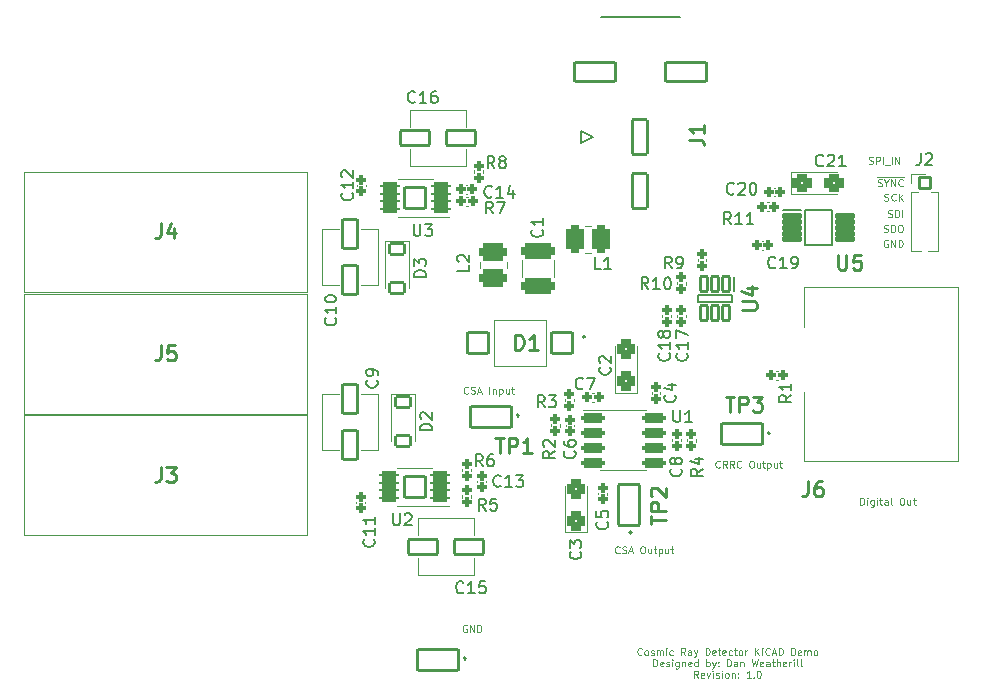
<source format=gbr>
%TF.GenerationSoftware,KiCad,Pcbnew,6.0.4-6f826c9f35~116~ubuntu18.04.1*%
%TF.CreationDate,2022-05-26T20:07:41+01:00*%
%TF.ProjectId,cosmic_ray_detector,636f736d-6963-45f7-9261-795f64657465,1*%
%TF.SameCoordinates,Original*%
%TF.FileFunction,Legend,Top*%
%TF.FilePolarity,Positive*%
%FSLAX46Y46*%
G04 Gerber Fmt 4.6, Leading zero omitted, Abs format (unit mm)*
G04 Created by KiCad (PCBNEW 6.0.4-6f826c9f35~116~ubuntu18.04.1) date 2022-05-26 20:07:41*
%MOMM*%
%LPD*%
G01*
G04 APERTURE LIST*
G04 Aperture macros list*
%AMRoundRect*
0 Rectangle with rounded corners*
0 $1 Rounding radius*
0 $2 $3 $4 $5 $6 $7 $8 $9 X,Y pos of 4 corners*
0 Add a 4 corners polygon primitive as box body*
4,1,4,$2,$3,$4,$5,$6,$7,$8,$9,$2,$3,0*
0 Add four circle primitives for the rounded corners*
1,1,$1+$1,$2,$3*
1,1,$1+$1,$4,$5*
1,1,$1+$1,$6,$7*
1,1,$1+$1,$8,$9*
0 Add four rect primitives between the rounded corners*
20,1,$1+$1,$2,$3,$4,$5,0*
20,1,$1+$1,$4,$5,$6,$7,0*
20,1,$1+$1,$6,$7,$8,$9,0*
20,1,$1+$1,$8,$9,$2,$3,0*%
G04 Aperture macros list end*
%ADD10C,0.100000*%
%ADD11C,0.150000*%
%ADD12C,0.254000*%
%ADD13C,0.200000*%
%ADD14C,0.120000*%
%ADD15C,0.127000*%
%ADD16RoundRect,0.125000X1.725000X-0.925000X1.725000X0.925000X-1.725000X0.925000X-1.725000X-0.925000X0*%
%ADD17RoundRect,0.265000X0.170000X-0.140000X0.170000X0.140000X-0.170000X0.140000X-0.170000X-0.140000X0*%
%ADD18RoundRect,0.265000X-0.170000X0.140000X-0.170000X-0.140000X0.170000X-0.140000X0.170000X0.140000X0*%
%ADD19RoundRect,0.265000X0.140000X0.170000X-0.140000X0.170000X-0.140000X-0.170000X0.140000X-0.170000X0*%
%ADD20RoundRect,0.260000X0.185000X-0.135000X0.185000X0.135000X-0.185000X0.135000X-0.185000X-0.135000X0*%
%ADD21RoundRect,0.260000X-0.185000X0.135000X-0.185000X-0.135000X0.185000X-0.135000X0.185000X0.135000X0*%
%ADD22RoundRect,0.260000X0.135000X0.185000X-0.135000X0.185000X-0.135000X-0.185000X0.135000X-0.185000X0*%
%ADD23RoundRect,0.260000X-0.135000X-0.185000X0.135000X-0.185000X0.135000X0.185000X-0.135000X0.185000X0*%
%ADD24RoundRect,0.125000X-0.600000X0.450000X-0.600000X-0.450000X0.600000X-0.450000X0.600000X0.450000X0*%
%ADD25RoundRect,0.125000X-0.606399X1.254099X-0.606399X-1.254099X0.606399X-1.254099X0.606399X1.254099X0*%
%ADD26RoundRect,0.375000X0.425000X-0.450000X0.425000X0.450000X-0.425000X0.450000X-0.425000X-0.450000X0*%
%ADD27RoundRect,0.375000X-0.450000X-0.425000X0.450000X-0.425000X0.450000X0.425000X-0.450000X0.425000X0*%
%ADD28C,3.450000*%
%ADD29RoundRect,0.125000X1.254099X0.606399X-1.254099X0.606399X-1.254099X-0.606399X1.254099X-0.606399X0*%
%ADD30RoundRect,0.125000X0.725000X-0.150000X0.725000X0.150000X-0.725000X0.150000X-0.725000X-0.150000X0*%
%ADD31RoundRect,0.125000X-0.925000X-1.725000X0.925000X-1.725000X0.925000X1.725000X-0.925000X1.725000X0*%
%ADD32RoundRect,0.125000X-0.300000X-0.600000X0.300000X-0.600000X0.300000X0.600000X-0.300000X0.600000X0*%
%ADD33C,3.205000*%
%ADD34RoundRect,0.375000X-0.850000X0.375000X-0.850000X-0.375000X0.850000X-0.375000X0.850000X0.375000X0*%
%ADD35RoundRect,0.125000X0.875000X0.900000X-0.875000X0.900000X-0.875000X-0.900000X0.875000X-0.900000X0*%
%ADD36C,1.790000*%
%ADD37C,3.415000*%
%ADD38RoundRect,0.275000X-0.725000X-0.150000X0.725000X-0.150000X0.725000X0.150000X-0.725000X0.150000X0*%
%ADD39RoundRect,0.225000X0.612500X0.100000X-0.612500X0.100000X-0.612500X-0.100000X0.612500X-0.100000X0*%
%ADD40RoundRect,0.125000X0.865000X0.925000X-0.865000X0.925000X-0.865000X-0.925000X0.865000X-0.925000X0*%
%ADD41RoundRect,0.125000X0.635000X1.460000X-0.635000X1.460000X-0.635000X-1.460000X0.635000X-1.460000X0*%
%ADD42RoundRect,0.125000X1.715000X-0.825000X1.715000X0.825000X-1.715000X0.825000X-1.715000X-0.825000X0*%
%ADD43RoundRect,0.125000X-0.500000X-0.500000X0.500000X-0.500000X0.500000X0.500000X-0.500000X0.500000X0*%
%ADD44O,1.250000X1.250000*%
%ADD45RoundRect,0.375000X0.375000X0.850000X-0.375000X0.850000X-0.375000X-0.850000X0.375000X-0.850000X0*%
%ADD46RoundRect,0.375000X1.100000X-0.325000X1.100000X0.325000X-1.100000X0.325000X-1.100000X-0.325000X0*%
G04 APERTURE END LIST*
D10*
X97972857Y-113660000D02*
X97915714Y-113631428D01*
X97830000Y-113631428D01*
X97744285Y-113660000D01*
X97687142Y-113717142D01*
X97658571Y-113774285D01*
X97630000Y-113888571D01*
X97630000Y-113974285D01*
X97658571Y-114088571D01*
X97687142Y-114145714D01*
X97744285Y-114202857D01*
X97830000Y-114231428D01*
X97887142Y-114231428D01*
X97972857Y-114202857D01*
X98001428Y-114174285D01*
X98001428Y-113974285D01*
X97887142Y-113974285D01*
X98258571Y-114231428D02*
X98258571Y-113631428D01*
X98601428Y-114231428D01*
X98601428Y-113631428D01*
X98887142Y-114231428D02*
X98887142Y-113631428D01*
X99030000Y-113631428D01*
X99115714Y-113660000D01*
X99172857Y-113717142D01*
X99201428Y-113774285D01*
X99230000Y-113888571D01*
X99230000Y-113974285D01*
X99201428Y-114088571D01*
X99172857Y-114145714D01*
X99115714Y-114202857D01*
X99030000Y-114231428D01*
X98887142Y-114231428D01*
X98105714Y-94004285D02*
X98077142Y-94032857D01*
X97991428Y-94061428D01*
X97934285Y-94061428D01*
X97848571Y-94032857D01*
X97791428Y-93975714D01*
X97762857Y-93918571D01*
X97734285Y-93804285D01*
X97734285Y-93718571D01*
X97762857Y-93604285D01*
X97791428Y-93547142D01*
X97848571Y-93490000D01*
X97934285Y-93461428D01*
X97991428Y-93461428D01*
X98077142Y-93490000D01*
X98105714Y-93518571D01*
X98334285Y-94032857D02*
X98420000Y-94061428D01*
X98562857Y-94061428D01*
X98620000Y-94032857D01*
X98648571Y-94004285D01*
X98677142Y-93947142D01*
X98677142Y-93890000D01*
X98648571Y-93832857D01*
X98620000Y-93804285D01*
X98562857Y-93775714D01*
X98448571Y-93747142D01*
X98391428Y-93718571D01*
X98362857Y-93690000D01*
X98334285Y-93632857D01*
X98334285Y-93575714D01*
X98362857Y-93518571D01*
X98391428Y-93490000D01*
X98448571Y-93461428D01*
X98591428Y-93461428D01*
X98677142Y-93490000D01*
X98905714Y-93890000D02*
X99191428Y-93890000D01*
X98848571Y-94061428D02*
X99048571Y-93461428D01*
X99248571Y-94061428D01*
X99905714Y-94061428D02*
X99905714Y-93461428D01*
X100191428Y-93661428D02*
X100191428Y-94061428D01*
X100191428Y-93718571D02*
X100220000Y-93690000D01*
X100277142Y-93661428D01*
X100362857Y-93661428D01*
X100420000Y-93690000D01*
X100448571Y-93747142D01*
X100448571Y-94061428D01*
X100734285Y-93661428D02*
X100734285Y-94261428D01*
X100734285Y-93690000D02*
X100791428Y-93661428D01*
X100905714Y-93661428D01*
X100962857Y-93690000D01*
X100991428Y-93718571D01*
X101020000Y-93775714D01*
X101020000Y-93947142D01*
X100991428Y-94004285D01*
X100962857Y-94032857D01*
X100905714Y-94061428D01*
X100791428Y-94061428D01*
X100734285Y-94032857D01*
X101534285Y-93661428D02*
X101534285Y-94061428D01*
X101277142Y-93661428D02*
X101277142Y-93975714D01*
X101305714Y-94032857D01*
X101362857Y-94061428D01*
X101448571Y-94061428D01*
X101505714Y-94032857D01*
X101534285Y-94004285D01*
X101734285Y-93661428D02*
X101962857Y-93661428D01*
X101820000Y-93461428D02*
X101820000Y-93975714D01*
X101848571Y-94032857D01*
X101905714Y-94061428D01*
X101962857Y-94061428D01*
X110922857Y-107514285D02*
X110894285Y-107542857D01*
X110808571Y-107571428D01*
X110751428Y-107571428D01*
X110665714Y-107542857D01*
X110608571Y-107485714D01*
X110580000Y-107428571D01*
X110551428Y-107314285D01*
X110551428Y-107228571D01*
X110580000Y-107114285D01*
X110608571Y-107057142D01*
X110665714Y-107000000D01*
X110751428Y-106971428D01*
X110808571Y-106971428D01*
X110894285Y-107000000D01*
X110922857Y-107028571D01*
X111151428Y-107542857D02*
X111237142Y-107571428D01*
X111380000Y-107571428D01*
X111437142Y-107542857D01*
X111465714Y-107514285D01*
X111494285Y-107457142D01*
X111494285Y-107400000D01*
X111465714Y-107342857D01*
X111437142Y-107314285D01*
X111380000Y-107285714D01*
X111265714Y-107257142D01*
X111208571Y-107228571D01*
X111180000Y-107200000D01*
X111151428Y-107142857D01*
X111151428Y-107085714D01*
X111180000Y-107028571D01*
X111208571Y-107000000D01*
X111265714Y-106971428D01*
X111408571Y-106971428D01*
X111494285Y-107000000D01*
X111722857Y-107400000D02*
X112008571Y-107400000D01*
X111665714Y-107571428D02*
X111865714Y-106971428D01*
X112065714Y-107571428D01*
X112837142Y-106971428D02*
X112951428Y-106971428D01*
X113008571Y-107000000D01*
X113065714Y-107057142D01*
X113094285Y-107171428D01*
X113094285Y-107371428D01*
X113065714Y-107485714D01*
X113008571Y-107542857D01*
X112951428Y-107571428D01*
X112837142Y-107571428D01*
X112780000Y-107542857D01*
X112722857Y-107485714D01*
X112694285Y-107371428D01*
X112694285Y-107171428D01*
X112722857Y-107057142D01*
X112780000Y-107000000D01*
X112837142Y-106971428D01*
X113608571Y-107171428D02*
X113608571Y-107571428D01*
X113351428Y-107171428D02*
X113351428Y-107485714D01*
X113380000Y-107542857D01*
X113437142Y-107571428D01*
X113522857Y-107571428D01*
X113580000Y-107542857D01*
X113608571Y-107514285D01*
X113808571Y-107171428D02*
X114037142Y-107171428D01*
X113894285Y-106971428D02*
X113894285Y-107485714D01*
X113922857Y-107542857D01*
X113980000Y-107571428D01*
X114037142Y-107571428D01*
X114237142Y-107171428D02*
X114237142Y-107771428D01*
X114237142Y-107200000D02*
X114294285Y-107171428D01*
X114408571Y-107171428D01*
X114465714Y-107200000D01*
X114494285Y-107228571D01*
X114522857Y-107285714D01*
X114522857Y-107457142D01*
X114494285Y-107514285D01*
X114465714Y-107542857D01*
X114408571Y-107571428D01*
X114294285Y-107571428D01*
X114237142Y-107542857D01*
X115037142Y-107171428D02*
X115037142Y-107571428D01*
X114780000Y-107171428D02*
X114780000Y-107485714D01*
X114808571Y-107542857D01*
X114865714Y-107571428D01*
X114951428Y-107571428D01*
X115008571Y-107542857D01*
X115037142Y-107514285D01*
X115237142Y-107171428D02*
X115465714Y-107171428D01*
X115322857Y-106971428D02*
X115322857Y-107485714D01*
X115351428Y-107542857D01*
X115408571Y-107571428D01*
X115465714Y-107571428D01*
X119415714Y-100264285D02*
X119387142Y-100292857D01*
X119301428Y-100321428D01*
X119244285Y-100321428D01*
X119158571Y-100292857D01*
X119101428Y-100235714D01*
X119072857Y-100178571D01*
X119044285Y-100064285D01*
X119044285Y-99978571D01*
X119072857Y-99864285D01*
X119101428Y-99807142D01*
X119158571Y-99750000D01*
X119244285Y-99721428D01*
X119301428Y-99721428D01*
X119387142Y-99750000D01*
X119415714Y-99778571D01*
X120015714Y-100321428D02*
X119815714Y-100035714D01*
X119672857Y-100321428D02*
X119672857Y-99721428D01*
X119901428Y-99721428D01*
X119958571Y-99750000D01*
X119987142Y-99778571D01*
X120015714Y-99835714D01*
X120015714Y-99921428D01*
X119987142Y-99978571D01*
X119958571Y-100007142D01*
X119901428Y-100035714D01*
X119672857Y-100035714D01*
X120615714Y-100321428D02*
X120415714Y-100035714D01*
X120272857Y-100321428D02*
X120272857Y-99721428D01*
X120501428Y-99721428D01*
X120558571Y-99750000D01*
X120587142Y-99778571D01*
X120615714Y-99835714D01*
X120615714Y-99921428D01*
X120587142Y-99978571D01*
X120558571Y-100007142D01*
X120501428Y-100035714D01*
X120272857Y-100035714D01*
X121215714Y-100264285D02*
X121187142Y-100292857D01*
X121101428Y-100321428D01*
X121044285Y-100321428D01*
X120958571Y-100292857D01*
X120901428Y-100235714D01*
X120872857Y-100178571D01*
X120844285Y-100064285D01*
X120844285Y-99978571D01*
X120872857Y-99864285D01*
X120901428Y-99807142D01*
X120958571Y-99750000D01*
X121044285Y-99721428D01*
X121101428Y-99721428D01*
X121187142Y-99750000D01*
X121215714Y-99778571D01*
X122044285Y-99721428D02*
X122158571Y-99721428D01*
X122215714Y-99750000D01*
X122272857Y-99807142D01*
X122301428Y-99921428D01*
X122301428Y-100121428D01*
X122272857Y-100235714D01*
X122215714Y-100292857D01*
X122158571Y-100321428D01*
X122044285Y-100321428D01*
X121987142Y-100292857D01*
X121930000Y-100235714D01*
X121901428Y-100121428D01*
X121901428Y-99921428D01*
X121930000Y-99807142D01*
X121987142Y-99750000D01*
X122044285Y-99721428D01*
X122815714Y-99921428D02*
X122815714Y-100321428D01*
X122558571Y-99921428D02*
X122558571Y-100235714D01*
X122587142Y-100292857D01*
X122644285Y-100321428D01*
X122730000Y-100321428D01*
X122787142Y-100292857D01*
X122815714Y-100264285D01*
X123015714Y-99921428D02*
X123244285Y-99921428D01*
X123101428Y-99721428D02*
X123101428Y-100235714D01*
X123130000Y-100292857D01*
X123187142Y-100321428D01*
X123244285Y-100321428D01*
X123444285Y-99921428D02*
X123444285Y-100521428D01*
X123444285Y-99950000D02*
X123501428Y-99921428D01*
X123615714Y-99921428D01*
X123672857Y-99950000D01*
X123701428Y-99978571D01*
X123730000Y-100035714D01*
X123730000Y-100207142D01*
X123701428Y-100264285D01*
X123672857Y-100292857D01*
X123615714Y-100321428D01*
X123501428Y-100321428D01*
X123444285Y-100292857D01*
X124244285Y-99921428D02*
X124244285Y-100321428D01*
X123987142Y-99921428D02*
X123987142Y-100235714D01*
X124015714Y-100292857D01*
X124072857Y-100321428D01*
X124158571Y-100321428D01*
X124215714Y-100292857D01*
X124244285Y-100264285D01*
X124444285Y-99921428D02*
X124672857Y-99921428D01*
X124530000Y-99721428D02*
X124530000Y-100235714D01*
X124558571Y-100292857D01*
X124615714Y-100321428D01*
X124672857Y-100321428D01*
X133635714Y-81070000D02*
X133578571Y-81041428D01*
X133492857Y-81041428D01*
X133407142Y-81070000D01*
X133349999Y-81127142D01*
X133321428Y-81184285D01*
X133292857Y-81298571D01*
X133292857Y-81384285D01*
X133321428Y-81498571D01*
X133349999Y-81555714D01*
X133407142Y-81612857D01*
X133492857Y-81641428D01*
X133549999Y-81641428D01*
X133635714Y-81612857D01*
X133664285Y-81584285D01*
X133664285Y-81384285D01*
X133549999Y-81384285D01*
X133921428Y-81641428D02*
X133921428Y-81041428D01*
X134264285Y-81641428D01*
X134264285Y-81041428D01*
X134549999Y-81641428D02*
X134549999Y-81041428D01*
X134692857Y-81041428D01*
X134778571Y-81070000D01*
X134835714Y-81127142D01*
X134864285Y-81184285D01*
X134892857Y-81298571D01*
X134892857Y-81384285D01*
X134864285Y-81498571D01*
X134835714Y-81555714D01*
X134778571Y-81612857D01*
X134692857Y-81641428D01*
X134549999Y-81641428D01*
X133321428Y-80342857D02*
X133407143Y-80371428D01*
X133550000Y-80371428D01*
X133607143Y-80342857D01*
X133635714Y-80314285D01*
X133664285Y-80257142D01*
X133664285Y-80200000D01*
X133635714Y-80142857D01*
X133607143Y-80114285D01*
X133550000Y-80085714D01*
X133435714Y-80057142D01*
X133378571Y-80028571D01*
X133350000Y-80000000D01*
X133321428Y-79942857D01*
X133321428Y-79885714D01*
X133350000Y-79828571D01*
X133378571Y-79800000D01*
X133435714Y-79771428D01*
X133578571Y-79771428D01*
X133664285Y-79800000D01*
X133921428Y-80371428D02*
X133921428Y-79771428D01*
X134064285Y-79771428D01*
X134150000Y-79800000D01*
X134207143Y-79857142D01*
X134235714Y-79914285D01*
X134264285Y-80028571D01*
X134264285Y-80114285D01*
X134235714Y-80228571D01*
X134207143Y-80285714D01*
X134150000Y-80342857D01*
X134064285Y-80371428D01*
X133921428Y-80371428D01*
X134635714Y-79771428D02*
X134750000Y-79771428D01*
X134807143Y-79800000D01*
X134864285Y-79857142D01*
X134892857Y-79971428D01*
X134892857Y-80171428D01*
X134864285Y-80285714D01*
X134807143Y-80342857D01*
X134750000Y-80371428D01*
X134635714Y-80371428D01*
X134578571Y-80342857D01*
X134521428Y-80285714D01*
X134492857Y-80171428D01*
X134492857Y-79971428D01*
X134521428Y-79857142D01*
X134578571Y-79800000D01*
X134635714Y-79771428D01*
X133664285Y-79082857D02*
X133749999Y-79111428D01*
X133892856Y-79111428D01*
X133949999Y-79082857D01*
X133978571Y-79054285D01*
X134007142Y-78997142D01*
X134007142Y-78940000D01*
X133978571Y-78882857D01*
X133949999Y-78854285D01*
X133892856Y-78825714D01*
X133778571Y-78797142D01*
X133721428Y-78768571D01*
X133692856Y-78740000D01*
X133664285Y-78682857D01*
X133664285Y-78625714D01*
X133692856Y-78568571D01*
X133721428Y-78540000D01*
X133778571Y-78511428D01*
X133921428Y-78511428D01*
X134007142Y-78540000D01*
X134264285Y-79111428D02*
X134264285Y-78511428D01*
X134407142Y-78511428D01*
X134492856Y-78540000D01*
X134549999Y-78597142D01*
X134578571Y-78654285D01*
X134607142Y-78768571D01*
X134607142Y-78854285D01*
X134578571Y-78968571D01*
X134549999Y-79025714D01*
X134492856Y-79082857D01*
X134407142Y-79111428D01*
X134264285Y-79111428D01*
X134864285Y-79111428D02*
X134864285Y-78511428D01*
X133349999Y-77692857D02*
X133435713Y-77721428D01*
X133578570Y-77721428D01*
X133635713Y-77692857D01*
X133664285Y-77664285D01*
X133692856Y-77607142D01*
X133692856Y-77550000D01*
X133664285Y-77492857D01*
X133635713Y-77464285D01*
X133578570Y-77435714D01*
X133464285Y-77407142D01*
X133407142Y-77378571D01*
X133378570Y-77350000D01*
X133349999Y-77292857D01*
X133349999Y-77235714D01*
X133378570Y-77178571D01*
X133407142Y-77150000D01*
X133464285Y-77121428D01*
X133607142Y-77121428D01*
X133692856Y-77150000D01*
X134292856Y-77664285D02*
X134264285Y-77692857D01*
X134178570Y-77721428D01*
X134121428Y-77721428D01*
X134035713Y-77692857D01*
X133978570Y-77635714D01*
X133949999Y-77578571D01*
X133921428Y-77464285D01*
X133921428Y-77378571D01*
X133949999Y-77264285D01*
X133978570Y-77207142D01*
X134035713Y-77150000D01*
X134121428Y-77121428D01*
X134178570Y-77121428D01*
X134264285Y-77150000D01*
X134292856Y-77178571D01*
X134549999Y-77721428D02*
X134549999Y-77121428D01*
X134892856Y-77721428D02*
X134635713Y-77378571D01*
X134892856Y-77121428D02*
X134549999Y-77464285D01*
X132692857Y-75722000D02*
X133264285Y-75722000D01*
X132807142Y-76462857D02*
X132892857Y-76491428D01*
X133035714Y-76491428D01*
X133092857Y-76462857D01*
X133121428Y-76434285D01*
X133150000Y-76377142D01*
X133150000Y-76320000D01*
X133121428Y-76262857D01*
X133092857Y-76234285D01*
X133035714Y-76205714D01*
X132921428Y-76177142D01*
X132864285Y-76148571D01*
X132835714Y-76120000D01*
X132807142Y-76062857D01*
X132807142Y-76005714D01*
X132835714Y-75948571D01*
X132864285Y-75920000D01*
X132921428Y-75891428D01*
X133064285Y-75891428D01*
X133150000Y-75920000D01*
X133264285Y-75722000D02*
X133778571Y-75722000D01*
X133521428Y-76205714D02*
X133521428Y-76491428D01*
X133321428Y-75891428D02*
X133521428Y-76205714D01*
X133721428Y-75891428D01*
X133778571Y-75722000D02*
X134407142Y-75722000D01*
X133921428Y-76491428D02*
X133921428Y-75891428D01*
X134264285Y-76491428D01*
X134264285Y-75891428D01*
X134407142Y-75722000D02*
X135007142Y-75722000D01*
X134892857Y-76434285D02*
X134864285Y-76462857D01*
X134778571Y-76491428D01*
X134721428Y-76491428D01*
X134635714Y-76462857D01*
X134578571Y-76405714D01*
X134550000Y-76348571D01*
X134521428Y-76234285D01*
X134521428Y-76148571D01*
X134550000Y-76034285D01*
X134578571Y-75977142D01*
X134635714Y-75920000D01*
X134721428Y-75891428D01*
X134778571Y-75891428D01*
X134864285Y-75920000D01*
X134892857Y-75948571D01*
X132030000Y-74572857D02*
X132115714Y-74601428D01*
X132258571Y-74601428D01*
X132315714Y-74572857D01*
X132344285Y-74544285D01*
X132372857Y-74487142D01*
X132372857Y-74430000D01*
X132344285Y-74372857D01*
X132315714Y-74344285D01*
X132258571Y-74315714D01*
X132144285Y-74287142D01*
X132087142Y-74258571D01*
X132058571Y-74230000D01*
X132030000Y-74172857D01*
X132030000Y-74115714D01*
X132058571Y-74058571D01*
X132087142Y-74030000D01*
X132144285Y-74001428D01*
X132287142Y-74001428D01*
X132372857Y-74030000D01*
X132630000Y-74601428D02*
X132630000Y-74001428D01*
X132858571Y-74001428D01*
X132915714Y-74030000D01*
X132944285Y-74058571D01*
X132972857Y-74115714D01*
X132972857Y-74201428D01*
X132944285Y-74258571D01*
X132915714Y-74287142D01*
X132858571Y-74315714D01*
X132630000Y-74315714D01*
X133230000Y-74601428D02*
X133230000Y-74001428D01*
X133372857Y-74658571D02*
X133830000Y-74658571D01*
X133972857Y-74601428D02*
X133972857Y-74001428D01*
X134258571Y-74601428D02*
X134258571Y-74001428D01*
X134601428Y-74601428D01*
X134601428Y-74001428D01*
X131300000Y-103451428D02*
X131300000Y-102851428D01*
X131442857Y-102851428D01*
X131528571Y-102880000D01*
X131585714Y-102937142D01*
X131614285Y-102994285D01*
X131642857Y-103108571D01*
X131642857Y-103194285D01*
X131614285Y-103308571D01*
X131585714Y-103365714D01*
X131528571Y-103422857D01*
X131442857Y-103451428D01*
X131300000Y-103451428D01*
X131900000Y-103451428D02*
X131900000Y-103051428D01*
X131900000Y-102851428D02*
X131871428Y-102880000D01*
X131900000Y-102908571D01*
X131928571Y-102880000D01*
X131900000Y-102851428D01*
X131900000Y-102908571D01*
X132442857Y-103051428D02*
X132442857Y-103537142D01*
X132414285Y-103594285D01*
X132385714Y-103622857D01*
X132328571Y-103651428D01*
X132242857Y-103651428D01*
X132185714Y-103622857D01*
X132442857Y-103422857D02*
X132385714Y-103451428D01*
X132271428Y-103451428D01*
X132214285Y-103422857D01*
X132185714Y-103394285D01*
X132157142Y-103337142D01*
X132157142Y-103165714D01*
X132185714Y-103108571D01*
X132214285Y-103080000D01*
X132271428Y-103051428D01*
X132385714Y-103051428D01*
X132442857Y-103080000D01*
X132728571Y-103451428D02*
X132728571Y-103051428D01*
X132728571Y-102851428D02*
X132700000Y-102880000D01*
X132728571Y-102908571D01*
X132757142Y-102880000D01*
X132728571Y-102851428D01*
X132728571Y-102908571D01*
X132928571Y-103051428D02*
X133157142Y-103051428D01*
X133014285Y-102851428D02*
X133014285Y-103365714D01*
X133042857Y-103422857D01*
X133100000Y-103451428D01*
X133157142Y-103451428D01*
X133614285Y-103451428D02*
X133614285Y-103137142D01*
X133585714Y-103080000D01*
X133528571Y-103051428D01*
X133414285Y-103051428D01*
X133357142Y-103080000D01*
X133614285Y-103422857D02*
X133557142Y-103451428D01*
X133414285Y-103451428D01*
X133357142Y-103422857D01*
X133328571Y-103365714D01*
X133328571Y-103308571D01*
X133357142Y-103251428D01*
X133414285Y-103222857D01*
X133557142Y-103222857D01*
X133614285Y-103194285D01*
X133985714Y-103451428D02*
X133928571Y-103422857D01*
X133900000Y-103365714D01*
X133900000Y-102851428D01*
X134785714Y-102851428D02*
X134900000Y-102851428D01*
X134957142Y-102880000D01*
X135014285Y-102937142D01*
X135042857Y-103051428D01*
X135042857Y-103251428D01*
X135014285Y-103365714D01*
X134957142Y-103422857D01*
X134900000Y-103451428D01*
X134785714Y-103451428D01*
X134728571Y-103422857D01*
X134671428Y-103365714D01*
X134642857Y-103251428D01*
X134642857Y-103051428D01*
X134671428Y-102937142D01*
X134728571Y-102880000D01*
X134785714Y-102851428D01*
X135557142Y-103051428D02*
X135557142Y-103451428D01*
X135300000Y-103051428D02*
X135300000Y-103365714D01*
X135328571Y-103422857D01*
X135385714Y-103451428D01*
X135471428Y-103451428D01*
X135528571Y-103422857D01*
X135557142Y-103394285D01*
X135757142Y-103051428D02*
X135985714Y-103051428D01*
X135842857Y-102851428D02*
X135842857Y-103365714D01*
X135871428Y-103422857D01*
X135928571Y-103451428D01*
X135985714Y-103451428D01*
X112807142Y-116128285D02*
X112778571Y-116156857D01*
X112692857Y-116185428D01*
X112635714Y-116185428D01*
X112550000Y-116156857D01*
X112492857Y-116099714D01*
X112464285Y-116042571D01*
X112435714Y-115928285D01*
X112435714Y-115842571D01*
X112464285Y-115728285D01*
X112492857Y-115671142D01*
X112550000Y-115614000D01*
X112635714Y-115585428D01*
X112692857Y-115585428D01*
X112778571Y-115614000D01*
X112807142Y-115642571D01*
X113150000Y-116185428D02*
X113092857Y-116156857D01*
X113064285Y-116128285D01*
X113035714Y-116071142D01*
X113035714Y-115899714D01*
X113064285Y-115842571D01*
X113092857Y-115814000D01*
X113150000Y-115785428D01*
X113235714Y-115785428D01*
X113292857Y-115814000D01*
X113321428Y-115842571D01*
X113350000Y-115899714D01*
X113350000Y-116071142D01*
X113321428Y-116128285D01*
X113292857Y-116156857D01*
X113235714Y-116185428D01*
X113150000Y-116185428D01*
X113578571Y-116156857D02*
X113635714Y-116185428D01*
X113750000Y-116185428D01*
X113807142Y-116156857D01*
X113835714Y-116099714D01*
X113835714Y-116071142D01*
X113807142Y-116014000D01*
X113750000Y-115985428D01*
X113664285Y-115985428D01*
X113607142Y-115956857D01*
X113578571Y-115899714D01*
X113578571Y-115871142D01*
X113607142Y-115814000D01*
X113664285Y-115785428D01*
X113750000Y-115785428D01*
X113807142Y-115814000D01*
X114092857Y-116185428D02*
X114092857Y-115785428D01*
X114092857Y-115842571D02*
X114121428Y-115814000D01*
X114178571Y-115785428D01*
X114264285Y-115785428D01*
X114321428Y-115814000D01*
X114350000Y-115871142D01*
X114350000Y-116185428D01*
X114350000Y-115871142D02*
X114378571Y-115814000D01*
X114435714Y-115785428D01*
X114521428Y-115785428D01*
X114578571Y-115814000D01*
X114607142Y-115871142D01*
X114607142Y-116185428D01*
X114892857Y-116185428D02*
X114892857Y-115785428D01*
X114892857Y-115585428D02*
X114864285Y-115614000D01*
X114892857Y-115642571D01*
X114921428Y-115614000D01*
X114892857Y-115585428D01*
X114892857Y-115642571D01*
X115435714Y-116156857D02*
X115378571Y-116185428D01*
X115264285Y-116185428D01*
X115207142Y-116156857D01*
X115178571Y-116128285D01*
X115150000Y-116071142D01*
X115150000Y-115899714D01*
X115178571Y-115842571D01*
X115207142Y-115814000D01*
X115264285Y-115785428D01*
X115378571Y-115785428D01*
X115435714Y-115814000D01*
X116492857Y-116185428D02*
X116292857Y-115899714D01*
X116150000Y-116185428D02*
X116150000Y-115585428D01*
X116378571Y-115585428D01*
X116435714Y-115614000D01*
X116464285Y-115642571D01*
X116492857Y-115699714D01*
X116492857Y-115785428D01*
X116464285Y-115842571D01*
X116435714Y-115871142D01*
X116378571Y-115899714D01*
X116150000Y-115899714D01*
X117007142Y-116185428D02*
X117007142Y-115871142D01*
X116978571Y-115814000D01*
X116921428Y-115785428D01*
X116807142Y-115785428D01*
X116750000Y-115814000D01*
X117007142Y-116156857D02*
X116950000Y-116185428D01*
X116807142Y-116185428D01*
X116750000Y-116156857D01*
X116721428Y-116099714D01*
X116721428Y-116042571D01*
X116750000Y-115985428D01*
X116807142Y-115956857D01*
X116950000Y-115956857D01*
X117007142Y-115928285D01*
X117235714Y-115785428D02*
X117378571Y-116185428D01*
X117521428Y-115785428D02*
X117378571Y-116185428D01*
X117321428Y-116328285D01*
X117292857Y-116356857D01*
X117235714Y-116385428D01*
X118207142Y-116185428D02*
X118207142Y-115585428D01*
X118350000Y-115585428D01*
X118435714Y-115614000D01*
X118492857Y-115671142D01*
X118521428Y-115728285D01*
X118550000Y-115842571D01*
X118550000Y-115928285D01*
X118521428Y-116042571D01*
X118492857Y-116099714D01*
X118435714Y-116156857D01*
X118350000Y-116185428D01*
X118207142Y-116185428D01*
X119035714Y-116156857D02*
X118978571Y-116185428D01*
X118864285Y-116185428D01*
X118807142Y-116156857D01*
X118778571Y-116099714D01*
X118778571Y-115871142D01*
X118807142Y-115814000D01*
X118864285Y-115785428D01*
X118978571Y-115785428D01*
X119035714Y-115814000D01*
X119064285Y-115871142D01*
X119064285Y-115928285D01*
X118778571Y-115985428D01*
X119235714Y-115785428D02*
X119464285Y-115785428D01*
X119321428Y-115585428D02*
X119321428Y-116099714D01*
X119350000Y-116156857D01*
X119407142Y-116185428D01*
X119464285Y-116185428D01*
X119892857Y-116156857D02*
X119835714Y-116185428D01*
X119721428Y-116185428D01*
X119664285Y-116156857D01*
X119635714Y-116099714D01*
X119635714Y-115871142D01*
X119664285Y-115814000D01*
X119721428Y-115785428D01*
X119835714Y-115785428D01*
X119892857Y-115814000D01*
X119921428Y-115871142D01*
X119921428Y-115928285D01*
X119635714Y-115985428D01*
X120435714Y-116156857D02*
X120378571Y-116185428D01*
X120264285Y-116185428D01*
X120207142Y-116156857D01*
X120178571Y-116128285D01*
X120150000Y-116071142D01*
X120150000Y-115899714D01*
X120178571Y-115842571D01*
X120207142Y-115814000D01*
X120264285Y-115785428D01*
X120378571Y-115785428D01*
X120435714Y-115814000D01*
X120607142Y-115785428D02*
X120835714Y-115785428D01*
X120692857Y-115585428D02*
X120692857Y-116099714D01*
X120721428Y-116156857D01*
X120778571Y-116185428D01*
X120835714Y-116185428D01*
X121121428Y-116185428D02*
X121064285Y-116156857D01*
X121035714Y-116128285D01*
X121007142Y-116071142D01*
X121007142Y-115899714D01*
X121035714Y-115842571D01*
X121064285Y-115814000D01*
X121121428Y-115785428D01*
X121207142Y-115785428D01*
X121264285Y-115814000D01*
X121292857Y-115842571D01*
X121321428Y-115899714D01*
X121321428Y-116071142D01*
X121292857Y-116128285D01*
X121264285Y-116156857D01*
X121207142Y-116185428D01*
X121121428Y-116185428D01*
X121578571Y-116185428D02*
X121578571Y-115785428D01*
X121578571Y-115899714D02*
X121607142Y-115842571D01*
X121635714Y-115814000D01*
X121692857Y-115785428D01*
X121750000Y-115785428D01*
X122407142Y-116185428D02*
X122407142Y-115585428D01*
X122750000Y-116185428D02*
X122492857Y-115842571D01*
X122750000Y-115585428D02*
X122407142Y-115928285D01*
X123007142Y-116185428D02*
X123007142Y-115785428D01*
X123007142Y-115585428D02*
X122978571Y-115614000D01*
X123007142Y-115642571D01*
X123035714Y-115614000D01*
X123007142Y-115585428D01*
X123007142Y-115642571D01*
X123635714Y-116128285D02*
X123607142Y-116156857D01*
X123521428Y-116185428D01*
X123464285Y-116185428D01*
X123378571Y-116156857D01*
X123321428Y-116099714D01*
X123292857Y-116042571D01*
X123264285Y-115928285D01*
X123264285Y-115842571D01*
X123292857Y-115728285D01*
X123321428Y-115671142D01*
X123378571Y-115614000D01*
X123464285Y-115585428D01*
X123521428Y-115585428D01*
X123607142Y-115614000D01*
X123635714Y-115642571D01*
X123864285Y-116014000D02*
X124150000Y-116014000D01*
X123807142Y-116185428D02*
X124007142Y-115585428D01*
X124207142Y-116185428D01*
X124407142Y-116185428D02*
X124407142Y-115585428D01*
X124550000Y-115585428D01*
X124635714Y-115614000D01*
X124692857Y-115671142D01*
X124721428Y-115728285D01*
X124750000Y-115842571D01*
X124750000Y-115928285D01*
X124721428Y-116042571D01*
X124692857Y-116099714D01*
X124635714Y-116156857D01*
X124550000Y-116185428D01*
X124407142Y-116185428D01*
X125464285Y-116185428D02*
X125464285Y-115585428D01*
X125607142Y-115585428D01*
X125692857Y-115614000D01*
X125750000Y-115671142D01*
X125778571Y-115728285D01*
X125807142Y-115842571D01*
X125807142Y-115928285D01*
X125778571Y-116042571D01*
X125750000Y-116099714D01*
X125692857Y-116156857D01*
X125607142Y-116185428D01*
X125464285Y-116185428D01*
X126292857Y-116156857D02*
X126235714Y-116185428D01*
X126121428Y-116185428D01*
X126064285Y-116156857D01*
X126035714Y-116099714D01*
X126035714Y-115871142D01*
X126064285Y-115814000D01*
X126121428Y-115785428D01*
X126235714Y-115785428D01*
X126292857Y-115814000D01*
X126321428Y-115871142D01*
X126321428Y-115928285D01*
X126035714Y-115985428D01*
X126578571Y-116185428D02*
X126578571Y-115785428D01*
X126578571Y-115842571D02*
X126607142Y-115814000D01*
X126664285Y-115785428D01*
X126750000Y-115785428D01*
X126807142Y-115814000D01*
X126835714Y-115871142D01*
X126835714Y-116185428D01*
X126835714Y-115871142D02*
X126864285Y-115814000D01*
X126921428Y-115785428D01*
X127007142Y-115785428D01*
X127064285Y-115814000D01*
X127092857Y-115871142D01*
X127092857Y-116185428D01*
X127464285Y-116185428D02*
X127407142Y-116156857D01*
X127378571Y-116128285D01*
X127350000Y-116071142D01*
X127350000Y-115899714D01*
X127378571Y-115842571D01*
X127407142Y-115814000D01*
X127464285Y-115785428D01*
X127550000Y-115785428D01*
X127607142Y-115814000D01*
X127635714Y-115842571D01*
X127664285Y-115899714D01*
X127664285Y-116071142D01*
X127635714Y-116128285D01*
X127607142Y-116156857D01*
X127550000Y-116185428D01*
X127464285Y-116185428D01*
X113792857Y-117151428D02*
X113792857Y-116551428D01*
X113935714Y-116551428D01*
X114021428Y-116580000D01*
X114078571Y-116637142D01*
X114107142Y-116694285D01*
X114135714Y-116808571D01*
X114135714Y-116894285D01*
X114107142Y-117008571D01*
X114078571Y-117065714D01*
X114021428Y-117122857D01*
X113935714Y-117151428D01*
X113792857Y-117151428D01*
X114621428Y-117122857D02*
X114564285Y-117151428D01*
X114450000Y-117151428D01*
X114392857Y-117122857D01*
X114364285Y-117065714D01*
X114364285Y-116837142D01*
X114392857Y-116780000D01*
X114450000Y-116751428D01*
X114564285Y-116751428D01*
X114621428Y-116780000D01*
X114650000Y-116837142D01*
X114650000Y-116894285D01*
X114364285Y-116951428D01*
X114878571Y-117122857D02*
X114935714Y-117151428D01*
X115050000Y-117151428D01*
X115107142Y-117122857D01*
X115135714Y-117065714D01*
X115135714Y-117037142D01*
X115107142Y-116980000D01*
X115050000Y-116951428D01*
X114964285Y-116951428D01*
X114907142Y-116922857D01*
X114878571Y-116865714D01*
X114878571Y-116837142D01*
X114907142Y-116780000D01*
X114964285Y-116751428D01*
X115050000Y-116751428D01*
X115107142Y-116780000D01*
X115392857Y-117151428D02*
X115392857Y-116751428D01*
X115392857Y-116551428D02*
X115364285Y-116580000D01*
X115392857Y-116608571D01*
X115421428Y-116580000D01*
X115392857Y-116551428D01*
X115392857Y-116608571D01*
X115935714Y-116751428D02*
X115935714Y-117237142D01*
X115907142Y-117294285D01*
X115878571Y-117322857D01*
X115821428Y-117351428D01*
X115735714Y-117351428D01*
X115678571Y-117322857D01*
X115935714Y-117122857D02*
X115878571Y-117151428D01*
X115764285Y-117151428D01*
X115707142Y-117122857D01*
X115678571Y-117094285D01*
X115650000Y-117037142D01*
X115650000Y-116865714D01*
X115678571Y-116808571D01*
X115707142Y-116780000D01*
X115764285Y-116751428D01*
X115878571Y-116751428D01*
X115935714Y-116780000D01*
X116221428Y-116751428D02*
X116221428Y-117151428D01*
X116221428Y-116808571D02*
X116250000Y-116780000D01*
X116307142Y-116751428D01*
X116392857Y-116751428D01*
X116450000Y-116780000D01*
X116478571Y-116837142D01*
X116478571Y-117151428D01*
X116992857Y-117122857D02*
X116935714Y-117151428D01*
X116821428Y-117151428D01*
X116764285Y-117122857D01*
X116735714Y-117065714D01*
X116735714Y-116837142D01*
X116764285Y-116780000D01*
X116821428Y-116751428D01*
X116935714Y-116751428D01*
X116992857Y-116780000D01*
X117021428Y-116837142D01*
X117021428Y-116894285D01*
X116735714Y-116951428D01*
X117535714Y-117151428D02*
X117535714Y-116551428D01*
X117535714Y-117122857D02*
X117478571Y-117151428D01*
X117364285Y-117151428D01*
X117307142Y-117122857D01*
X117278571Y-117094285D01*
X117250000Y-117037142D01*
X117250000Y-116865714D01*
X117278571Y-116808571D01*
X117307142Y-116780000D01*
X117364285Y-116751428D01*
X117478571Y-116751428D01*
X117535714Y-116780000D01*
X118278571Y-117151428D02*
X118278571Y-116551428D01*
X118278571Y-116780000D02*
X118335714Y-116751428D01*
X118450000Y-116751428D01*
X118507142Y-116780000D01*
X118535714Y-116808571D01*
X118564285Y-116865714D01*
X118564285Y-117037142D01*
X118535714Y-117094285D01*
X118507142Y-117122857D01*
X118450000Y-117151428D01*
X118335714Y-117151428D01*
X118278571Y-117122857D01*
X118764285Y-116751428D02*
X118907142Y-117151428D01*
X119050000Y-116751428D02*
X118907142Y-117151428D01*
X118850000Y-117294285D01*
X118821428Y-117322857D01*
X118764285Y-117351428D01*
X119278571Y-117094285D02*
X119307142Y-117122857D01*
X119278571Y-117151428D01*
X119250000Y-117122857D01*
X119278571Y-117094285D01*
X119278571Y-117151428D01*
X119278571Y-116780000D02*
X119307142Y-116808571D01*
X119278571Y-116837142D01*
X119250000Y-116808571D01*
X119278571Y-116780000D01*
X119278571Y-116837142D01*
X120021428Y-117151428D02*
X120021428Y-116551428D01*
X120164285Y-116551428D01*
X120250000Y-116580000D01*
X120307142Y-116637142D01*
X120335714Y-116694285D01*
X120364285Y-116808571D01*
X120364285Y-116894285D01*
X120335714Y-117008571D01*
X120307142Y-117065714D01*
X120250000Y-117122857D01*
X120164285Y-117151428D01*
X120021428Y-117151428D01*
X120878571Y-117151428D02*
X120878571Y-116837142D01*
X120850000Y-116780000D01*
X120792857Y-116751428D01*
X120678571Y-116751428D01*
X120621428Y-116780000D01*
X120878571Y-117122857D02*
X120821428Y-117151428D01*
X120678571Y-117151428D01*
X120621428Y-117122857D01*
X120592857Y-117065714D01*
X120592857Y-117008571D01*
X120621428Y-116951428D01*
X120678571Y-116922857D01*
X120821428Y-116922857D01*
X120878571Y-116894285D01*
X121164285Y-116751428D02*
X121164285Y-117151428D01*
X121164285Y-116808571D02*
X121192857Y-116780000D01*
X121250000Y-116751428D01*
X121335714Y-116751428D01*
X121392857Y-116780000D01*
X121421428Y-116837142D01*
X121421428Y-117151428D01*
X122107142Y-116551428D02*
X122250000Y-117151428D01*
X122364285Y-116722857D01*
X122478571Y-117151428D01*
X122621428Y-116551428D01*
X123078571Y-117122857D02*
X123021428Y-117151428D01*
X122907142Y-117151428D01*
X122850000Y-117122857D01*
X122821428Y-117065714D01*
X122821428Y-116837142D01*
X122850000Y-116780000D01*
X122907142Y-116751428D01*
X123021428Y-116751428D01*
X123078571Y-116780000D01*
X123107142Y-116837142D01*
X123107142Y-116894285D01*
X122821428Y-116951428D01*
X123621428Y-117151428D02*
X123621428Y-116837142D01*
X123592857Y-116780000D01*
X123535714Y-116751428D01*
X123421428Y-116751428D01*
X123364285Y-116780000D01*
X123621428Y-117122857D02*
X123564285Y-117151428D01*
X123421428Y-117151428D01*
X123364285Y-117122857D01*
X123335714Y-117065714D01*
X123335714Y-117008571D01*
X123364285Y-116951428D01*
X123421428Y-116922857D01*
X123564285Y-116922857D01*
X123621428Y-116894285D01*
X123821428Y-116751428D02*
X124050000Y-116751428D01*
X123907142Y-116551428D02*
X123907142Y-117065714D01*
X123935714Y-117122857D01*
X123992857Y-117151428D01*
X124050000Y-117151428D01*
X124250000Y-117151428D02*
X124250000Y-116551428D01*
X124507142Y-117151428D02*
X124507142Y-116837142D01*
X124478571Y-116780000D01*
X124421428Y-116751428D01*
X124335714Y-116751428D01*
X124278571Y-116780000D01*
X124250000Y-116808571D01*
X125021428Y-117122857D02*
X124964285Y-117151428D01*
X124850000Y-117151428D01*
X124792857Y-117122857D01*
X124764285Y-117065714D01*
X124764285Y-116837142D01*
X124792857Y-116780000D01*
X124850000Y-116751428D01*
X124964285Y-116751428D01*
X125021428Y-116780000D01*
X125050000Y-116837142D01*
X125050000Y-116894285D01*
X124764285Y-116951428D01*
X125307142Y-117151428D02*
X125307142Y-116751428D01*
X125307142Y-116865714D02*
X125335714Y-116808571D01*
X125364285Y-116780000D01*
X125421428Y-116751428D01*
X125478571Y-116751428D01*
X125678571Y-117151428D02*
X125678571Y-116751428D01*
X125678571Y-116551428D02*
X125650000Y-116580000D01*
X125678571Y-116608571D01*
X125707142Y-116580000D01*
X125678571Y-116551428D01*
X125678571Y-116608571D01*
X126050000Y-117151428D02*
X125992857Y-117122857D01*
X125964285Y-117065714D01*
X125964285Y-116551428D01*
X126364285Y-117151428D02*
X126307142Y-117122857D01*
X126278571Y-117065714D01*
X126278571Y-116551428D01*
X117592857Y-118117428D02*
X117392857Y-117831714D01*
X117250000Y-118117428D02*
X117250000Y-117517428D01*
X117478571Y-117517428D01*
X117535714Y-117546000D01*
X117564285Y-117574571D01*
X117592857Y-117631714D01*
X117592857Y-117717428D01*
X117564285Y-117774571D01*
X117535714Y-117803142D01*
X117478571Y-117831714D01*
X117250000Y-117831714D01*
X118078571Y-118088857D02*
X118021428Y-118117428D01*
X117907142Y-118117428D01*
X117850000Y-118088857D01*
X117821428Y-118031714D01*
X117821428Y-117803142D01*
X117850000Y-117746000D01*
X117907142Y-117717428D01*
X118021428Y-117717428D01*
X118078571Y-117746000D01*
X118107142Y-117803142D01*
X118107142Y-117860285D01*
X117821428Y-117917428D01*
X118307142Y-117717428D02*
X118450000Y-118117428D01*
X118592857Y-117717428D01*
X118821428Y-118117428D02*
X118821428Y-117717428D01*
X118821428Y-117517428D02*
X118792857Y-117546000D01*
X118821428Y-117574571D01*
X118850000Y-117546000D01*
X118821428Y-117517428D01*
X118821428Y-117574571D01*
X119078571Y-118088857D02*
X119135714Y-118117428D01*
X119250000Y-118117428D01*
X119307142Y-118088857D01*
X119335714Y-118031714D01*
X119335714Y-118003142D01*
X119307142Y-117946000D01*
X119250000Y-117917428D01*
X119164285Y-117917428D01*
X119107142Y-117888857D01*
X119078571Y-117831714D01*
X119078571Y-117803142D01*
X119107142Y-117746000D01*
X119164285Y-117717428D01*
X119250000Y-117717428D01*
X119307142Y-117746000D01*
X119592857Y-118117428D02*
X119592857Y-117717428D01*
X119592857Y-117517428D02*
X119564285Y-117546000D01*
X119592857Y-117574571D01*
X119621428Y-117546000D01*
X119592857Y-117517428D01*
X119592857Y-117574571D01*
X119964285Y-118117428D02*
X119907142Y-118088857D01*
X119878571Y-118060285D01*
X119850000Y-118003142D01*
X119850000Y-117831714D01*
X119878571Y-117774571D01*
X119907142Y-117746000D01*
X119964285Y-117717428D01*
X120050000Y-117717428D01*
X120107142Y-117746000D01*
X120135714Y-117774571D01*
X120164285Y-117831714D01*
X120164285Y-118003142D01*
X120135714Y-118060285D01*
X120107142Y-118088857D01*
X120050000Y-118117428D01*
X119964285Y-118117428D01*
X120421428Y-117717428D02*
X120421428Y-118117428D01*
X120421428Y-117774571D02*
X120450000Y-117746000D01*
X120507142Y-117717428D01*
X120592857Y-117717428D01*
X120650000Y-117746000D01*
X120678571Y-117803142D01*
X120678571Y-118117428D01*
X120964285Y-118060285D02*
X120992857Y-118088857D01*
X120964285Y-118117428D01*
X120935714Y-118088857D01*
X120964285Y-118060285D01*
X120964285Y-118117428D01*
X120964285Y-117746000D02*
X120992857Y-117774571D01*
X120964285Y-117803142D01*
X120935714Y-117774571D01*
X120964285Y-117746000D01*
X120964285Y-117803142D01*
X122021428Y-118117428D02*
X121678571Y-118117428D01*
X121850000Y-118117428D02*
X121850000Y-117517428D01*
X121792857Y-117603142D01*
X121735714Y-117660285D01*
X121678571Y-117688857D01*
X122278571Y-118060285D02*
X122307142Y-118088857D01*
X122278571Y-118117428D01*
X122250000Y-118088857D01*
X122278571Y-118060285D01*
X122278571Y-118117428D01*
X122678571Y-117517428D02*
X122735714Y-117517428D01*
X122792857Y-117546000D01*
X122821428Y-117574571D01*
X122849999Y-117631714D01*
X122878571Y-117746000D01*
X122878571Y-117888857D01*
X122849999Y-118003142D01*
X122821428Y-118060285D01*
X122792857Y-118088857D01*
X122735714Y-118117428D01*
X122678571Y-118117428D01*
X122621428Y-118088857D01*
X122592857Y-118060285D01*
X122564285Y-118003142D01*
X122535714Y-117888857D01*
X122535714Y-117746000D01*
X122564285Y-117631714D01*
X122592857Y-117574571D01*
X122621428Y-117546000D01*
X122678571Y-117517428D01*
D11*
%TO.C,C5*%
X109857142Y-104916666D02*
X109904761Y-104964285D01*
X109952380Y-105107142D01*
X109952380Y-105202380D01*
X109904761Y-105345238D01*
X109809523Y-105440476D01*
X109714285Y-105488095D01*
X109523809Y-105535714D01*
X109380952Y-105535714D01*
X109190476Y-105488095D01*
X109095238Y-105440476D01*
X109000000Y-105345238D01*
X108952380Y-105202380D01*
X108952380Y-105107142D01*
X109000000Y-104964285D01*
X109047619Y-104916666D01*
X108952380Y-104011904D02*
X108952380Y-104488095D01*
X109428571Y-104535714D01*
X109380952Y-104488095D01*
X109333333Y-104392857D01*
X109333333Y-104154761D01*
X109380952Y-104059523D01*
X109428571Y-104011904D01*
X109523809Y-103964285D01*
X109761904Y-103964285D01*
X109857142Y-104011904D01*
X109904761Y-104059523D01*
X109952380Y-104154761D01*
X109952380Y-104392857D01*
X109904761Y-104488095D01*
X109857142Y-104535714D01*
%TO.C,C13*%
X100857142Y-101857142D02*
X100809523Y-101904761D01*
X100666666Y-101952380D01*
X100571428Y-101952380D01*
X100428571Y-101904761D01*
X100333333Y-101809523D01*
X100285714Y-101714285D01*
X100238095Y-101523809D01*
X100238095Y-101380952D01*
X100285714Y-101190476D01*
X100333333Y-101095238D01*
X100428571Y-101000000D01*
X100571428Y-100952380D01*
X100666666Y-100952380D01*
X100809523Y-101000000D01*
X100857142Y-101047619D01*
X101809523Y-101952380D02*
X101238095Y-101952380D01*
X101523809Y-101952380D02*
X101523809Y-100952380D01*
X101428571Y-101095238D01*
X101333333Y-101190476D01*
X101238095Y-101238095D01*
X102142857Y-100952380D02*
X102761904Y-100952380D01*
X102428571Y-101333333D01*
X102571428Y-101333333D01*
X102666666Y-101380952D01*
X102714285Y-101428571D01*
X102761904Y-101523809D01*
X102761904Y-101761904D01*
X102714285Y-101857142D01*
X102666666Y-101904761D01*
X102571428Y-101952380D01*
X102285714Y-101952380D01*
X102190476Y-101904761D01*
X102142857Y-101857142D01*
%TO.C,C11*%
X90107142Y-106392857D02*
X90154761Y-106440476D01*
X90202380Y-106583333D01*
X90202380Y-106678571D01*
X90154761Y-106821428D01*
X90059523Y-106916666D01*
X89964285Y-106964285D01*
X89773809Y-107011904D01*
X89630952Y-107011904D01*
X89440476Y-106964285D01*
X89345238Y-106916666D01*
X89250000Y-106821428D01*
X89202380Y-106678571D01*
X89202380Y-106583333D01*
X89250000Y-106440476D01*
X89297619Y-106392857D01*
X90202380Y-105440476D02*
X90202380Y-106011904D01*
X90202380Y-105726190D02*
X89202380Y-105726190D01*
X89345238Y-105821428D01*
X89440476Y-105916666D01*
X89488095Y-106011904D01*
X90202380Y-104488095D02*
X90202380Y-105059523D01*
X90202380Y-104773809D02*
X89202380Y-104773809D01*
X89345238Y-104869047D01*
X89440476Y-104964285D01*
X89488095Y-105059523D01*
%TO.C,C18*%
X115107142Y-90642857D02*
X115154761Y-90690476D01*
X115202380Y-90833333D01*
X115202380Y-90928571D01*
X115154761Y-91071428D01*
X115059523Y-91166666D01*
X114964285Y-91214285D01*
X114773809Y-91261904D01*
X114630952Y-91261904D01*
X114440476Y-91214285D01*
X114345238Y-91166666D01*
X114250000Y-91071428D01*
X114202380Y-90928571D01*
X114202380Y-90833333D01*
X114250000Y-90690476D01*
X114297619Y-90642857D01*
X115202380Y-89690476D02*
X115202380Y-90261904D01*
X115202380Y-89976190D02*
X114202380Y-89976190D01*
X114345238Y-90071428D01*
X114440476Y-90166666D01*
X114488095Y-90261904D01*
X114630952Y-89119047D02*
X114583333Y-89214285D01*
X114535714Y-89261904D01*
X114440476Y-89309523D01*
X114392857Y-89309523D01*
X114297619Y-89261904D01*
X114250000Y-89214285D01*
X114202380Y-89119047D01*
X114202380Y-88928571D01*
X114250000Y-88833333D01*
X114297619Y-88785714D01*
X114392857Y-88738095D01*
X114440476Y-88738095D01*
X114535714Y-88785714D01*
X114583333Y-88833333D01*
X114630952Y-88928571D01*
X114630952Y-89119047D01*
X114678571Y-89214285D01*
X114726190Y-89261904D01*
X114821428Y-89309523D01*
X115011904Y-89309523D01*
X115107142Y-89261904D01*
X115154761Y-89214285D01*
X115202380Y-89119047D01*
X115202380Y-88928571D01*
X115154761Y-88833333D01*
X115107142Y-88785714D01*
X115011904Y-88738095D01*
X114821428Y-88738095D01*
X114726190Y-88785714D01*
X114678571Y-88833333D01*
X114630952Y-88928571D01*
%TO.C,C19*%
X124107142Y-83357142D02*
X124059523Y-83404761D01*
X123916666Y-83452380D01*
X123821428Y-83452380D01*
X123678571Y-83404761D01*
X123583333Y-83309523D01*
X123535714Y-83214285D01*
X123488095Y-83023809D01*
X123488095Y-82880952D01*
X123535714Y-82690476D01*
X123583333Y-82595238D01*
X123678571Y-82500000D01*
X123821428Y-82452380D01*
X123916666Y-82452380D01*
X124059523Y-82500000D01*
X124107142Y-82547619D01*
X125059523Y-83452380D02*
X124488095Y-83452380D01*
X124773809Y-83452380D02*
X124773809Y-82452380D01*
X124678571Y-82595238D01*
X124583333Y-82690476D01*
X124488095Y-82738095D01*
X125535714Y-83452380D02*
X125726190Y-83452380D01*
X125821428Y-83404761D01*
X125869047Y-83357142D01*
X125964285Y-83214285D01*
X126011904Y-83023809D01*
X126011904Y-82642857D01*
X125964285Y-82547619D01*
X125916666Y-82500000D01*
X125821428Y-82452380D01*
X125630952Y-82452380D01*
X125535714Y-82500000D01*
X125488095Y-82547619D01*
X125440476Y-82642857D01*
X125440476Y-82880952D01*
X125488095Y-82976190D01*
X125535714Y-83023809D01*
X125630952Y-83071428D01*
X125821428Y-83071428D01*
X125916666Y-83023809D01*
X125964285Y-82976190D01*
X126011904Y-82880952D01*
%TO.C,C8*%
X116107142Y-100416666D02*
X116154761Y-100464285D01*
X116202380Y-100607142D01*
X116202380Y-100702380D01*
X116154761Y-100845238D01*
X116059523Y-100940476D01*
X115964285Y-100988095D01*
X115773809Y-101035714D01*
X115630952Y-101035714D01*
X115440476Y-100988095D01*
X115345238Y-100940476D01*
X115250000Y-100845238D01*
X115202380Y-100702380D01*
X115202380Y-100607142D01*
X115250000Y-100464285D01*
X115297619Y-100416666D01*
X115630952Y-99845238D02*
X115583333Y-99940476D01*
X115535714Y-99988095D01*
X115440476Y-100035714D01*
X115392857Y-100035714D01*
X115297619Y-99988095D01*
X115250000Y-99940476D01*
X115202380Y-99845238D01*
X115202380Y-99654761D01*
X115250000Y-99559523D01*
X115297619Y-99511904D01*
X115392857Y-99464285D01*
X115440476Y-99464285D01*
X115535714Y-99511904D01*
X115583333Y-99559523D01*
X115630952Y-99654761D01*
X115630952Y-99845238D01*
X115678571Y-99940476D01*
X115726190Y-99988095D01*
X115821428Y-100035714D01*
X116011904Y-100035714D01*
X116107142Y-99988095D01*
X116154761Y-99940476D01*
X116202380Y-99845238D01*
X116202380Y-99654761D01*
X116154761Y-99559523D01*
X116107142Y-99511904D01*
X116011904Y-99464285D01*
X115821428Y-99464285D01*
X115726190Y-99511904D01*
X115678571Y-99559523D01*
X115630952Y-99654761D01*
%TO.C,C20*%
X120607142Y-77107142D02*
X120559523Y-77154761D01*
X120416666Y-77202380D01*
X120321428Y-77202380D01*
X120178571Y-77154761D01*
X120083333Y-77059523D01*
X120035714Y-76964285D01*
X119988095Y-76773809D01*
X119988095Y-76630952D01*
X120035714Y-76440476D01*
X120083333Y-76345238D01*
X120178571Y-76250000D01*
X120321428Y-76202380D01*
X120416666Y-76202380D01*
X120559523Y-76250000D01*
X120607142Y-76297619D01*
X120988095Y-76297619D02*
X121035714Y-76250000D01*
X121130952Y-76202380D01*
X121369047Y-76202380D01*
X121464285Y-76250000D01*
X121511904Y-76297619D01*
X121559523Y-76392857D01*
X121559523Y-76488095D01*
X121511904Y-76630952D01*
X120940476Y-77202380D01*
X121559523Y-77202380D01*
X122178571Y-76202380D02*
X122273809Y-76202380D01*
X122369047Y-76250000D01*
X122416666Y-76297619D01*
X122464285Y-76392857D01*
X122511904Y-76583333D01*
X122511904Y-76821428D01*
X122464285Y-77011904D01*
X122416666Y-77107142D01*
X122369047Y-77154761D01*
X122273809Y-77202380D01*
X122178571Y-77202380D01*
X122083333Y-77154761D01*
X122035714Y-77107142D01*
X121988095Y-77011904D01*
X121940476Y-76821428D01*
X121940476Y-76583333D01*
X121988095Y-76392857D01*
X122035714Y-76297619D01*
X122083333Y-76250000D01*
X122178571Y-76202380D01*
%TO.C,C6*%
X107107142Y-98916666D02*
X107154761Y-98964285D01*
X107202380Y-99107142D01*
X107202380Y-99202380D01*
X107154761Y-99345238D01*
X107059523Y-99440476D01*
X106964285Y-99488095D01*
X106773809Y-99535714D01*
X106630952Y-99535714D01*
X106440476Y-99488095D01*
X106345238Y-99440476D01*
X106250000Y-99345238D01*
X106202380Y-99202380D01*
X106202380Y-99107142D01*
X106250000Y-98964285D01*
X106297619Y-98916666D01*
X106202380Y-98059523D02*
X106202380Y-98250000D01*
X106250000Y-98345238D01*
X106297619Y-98392857D01*
X106440476Y-98488095D01*
X106630952Y-98535714D01*
X107011904Y-98535714D01*
X107107142Y-98488095D01*
X107154761Y-98440476D01*
X107202380Y-98345238D01*
X107202380Y-98154761D01*
X107154761Y-98059523D01*
X107107142Y-98011904D01*
X107011904Y-97964285D01*
X106773809Y-97964285D01*
X106678571Y-98011904D01*
X106630952Y-98059523D01*
X106583333Y-98154761D01*
X106583333Y-98345238D01*
X106630952Y-98440476D01*
X106678571Y-98488095D01*
X106773809Y-98535714D01*
%TO.C,C4*%
X115607142Y-94166666D02*
X115654761Y-94214285D01*
X115702380Y-94357142D01*
X115702380Y-94452380D01*
X115654761Y-94595238D01*
X115559523Y-94690476D01*
X115464285Y-94738095D01*
X115273809Y-94785714D01*
X115130952Y-94785714D01*
X114940476Y-94738095D01*
X114845238Y-94690476D01*
X114750000Y-94595238D01*
X114702380Y-94452380D01*
X114702380Y-94357142D01*
X114750000Y-94214285D01*
X114797619Y-94166666D01*
X115035714Y-93309523D02*
X115702380Y-93309523D01*
X114654761Y-93547619D02*
X115369047Y-93785714D01*
X115369047Y-93166666D01*
%TO.C,C17*%
X116607142Y-90642857D02*
X116654761Y-90690476D01*
X116702380Y-90833333D01*
X116702380Y-90928571D01*
X116654761Y-91071428D01*
X116559523Y-91166666D01*
X116464285Y-91214285D01*
X116273809Y-91261904D01*
X116130952Y-91261904D01*
X115940476Y-91214285D01*
X115845238Y-91166666D01*
X115750000Y-91071428D01*
X115702380Y-90928571D01*
X115702380Y-90833333D01*
X115750000Y-90690476D01*
X115797619Y-90642857D01*
X116702380Y-89690476D02*
X116702380Y-90261904D01*
X116702380Y-89976190D02*
X115702380Y-89976190D01*
X115845238Y-90071428D01*
X115940476Y-90166666D01*
X115988095Y-90261904D01*
X115702380Y-89357142D02*
X115702380Y-88690476D01*
X116702380Y-89119047D01*
%TO.C,C14*%
X100107142Y-77357142D02*
X100059523Y-77404761D01*
X99916666Y-77452380D01*
X99821428Y-77452380D01*
X99678571Y-77404761D01*
X99583333Y-77309523D01*
X99535714Y-77214285D01*
X99488095Y-77023809D01*
X99488095Y-76880952D01*
X99535714Y-76690476D01*
X99583333Y-76595238D01*
X99678571Y-76500000D01*
X99821428Y-76452380D01*
X99916666Y-76452380D01*
X100059523Y-76500000D01*
X100107142Y-76547619D01*
X101059523Y-77452380D02*
X100488095Y-77452380D01*
X100773809Y-77452380D02*
X100773809Y-76452380D01*
X100678571Y-76595238D01*
X100583333Y-76690476D01*
X100488095Y-76738095D01*
X101916666Y-76785714D02*
X101916666Y-77452380D01*
X101678571Y-76404761D02*
X101440476Y-77119047D01*
X102059523Y-77119047D01*
%TO.C,C7*%
X107833333Y-93607142D02*
X107785714Y-93654761D01*
X107642857Y-93702380D01*
X107547619Y-93702380D01*
X107404761Y-93654761D01*
X107309523Y-93559523D01*
X107261904Y-93464285D01*
X107214285Y-93273809D01*
X107214285Y-93130952D01*
X107261904Y-92940476D01*
X107309523Y-92845238D01*
X107404761Y-92750000D01*
X107547619Y-92702380D01*
X107642857Y-92702380D01*
X107785714Y-92750000D01*
X107833333Y-92797619D01*
X108166666Y-92702380D02*
X108833333Y-92702380D01*
X108404761Y-93702380D01*
%TO.C,C12*%
X88273142Y-77062857D02*
X88320761Y-77110476D01*
X88368380Y-77253333D01*
X88368380Y-77348571D01*
X88320761Y-77491428D01*
X88225523Y-77586666D01*
X88130285Y-77634285D01*
X87939809Y-77681904D01*
X87796952Y-77681904D01*
X87606476Y-77634285D01*
X87511238Y-77586666D01*
X87416000Y-77491428D01*
X87368380Y-77348571D01*
X87368380Y-77253333D01*
X87416000Y-77110476D01*
X87463619Y-77062857D01*
X88368380Y-76110476D02*
X88368380Y-76681904D01*
X88368380Y-76396190D02*
X87368380Y-76396190D01*
X87511238Y-76491428D01*
X87606476Y-76586666D01*
X87654095Y-76681904D01*
X87463619Y-75729523D02*
X87416000Y-75681904D01*
X87368380Y-75586666D01*
X87368380Y-75348571D01*
X87416000Y-75253333D01*
X87463619Y-75205714D01*
X87558857Y-75158095D01*
X87654095Y-75158095D01*
X87796952Y-75205714D01*
X88368380Y-75777142D01*
X88368380Y-75158095D01*
%TO.C,R6*%
X99333333Y-100202380D02*
X99000000Y-99726190D01*
X98761904Y-100202380D02*
X98761904Y-99202380D01*
X99142857Y-99202380D01*
X99238095Y-99250000D01*
X99285714Y-99297619D01*
X99333333Y-99392857D01*
X99333333Y-99535714D01*
X99285714Y-99630952D01*
X99238095Y-99678571D01*
X99142857Y-99726190D01*
X98761904Y-99726190D01*
X100190476Y-99202380D02*
X100000000Y-99202380D01*
X99904761Y-99250000D01*
X99857142Y-99297619D01*
X99761904Y-99440476D01*
X99714285Y-99630952D01*
X99714285Y-100011904D01*
X99761904Y-100107142D01*
X99809523Y-100154761D01*
X99904761Y-100202380D01*
X100095238Y-100202380D01*
X100190476Y-100154761D01*
X100238095Y-100107142D01*
X100285714Y-100011904D01*
X100285714Y-99773809D01*
X100238095Y-99678571D01*
X100190476Y-99630952D01*
X100095238Y-99583333D01*
X99904761Y-99583333D01*
X99809523Y-99630952D01*
X99761904Y-99678571D01*
X99714285Y-99773809D01*
%TO.C,R8*%
X100333333Y-74962380D02*
X100000000Y-74486190D01*
X99761904Y-74962380D02*
X99761904Y-73962380D01*
X100142857Y-73962380D01*
X100238095Y-74010000D01*
X100285714Y-74057619D01*
X100333333Y-74152857D01*
X100333333Y-74295714D01*
X100285714Y-74390952D01*
X100238095Y-74438571D01*
X100142857Y-74486190D01*
X99761904Y-74486190D01*
X100904761Y-74390952D02*
X100809523Y-74343333D01*
X100761904Y-74295714D01*
X100714285Y-74200476D01*
X100714285Y-74152857D01*
X100761904Y-74057619D01*
X100809523Y-74010000D01*
X100904761Y-73962380D01*
X101095238Y-73962380D01*
X101190476Y-74010000D01*
X101238095Y-74057619D01*
X101285714Y-74152857D01*
X101285714Y-74200476D01*
X101238095Y-74295714D01*
X101190476Y-74343333D01*
X101095238Y-74390952D01*
X100904761Y-74390952D01*
X100809523Y-74438571D01*
X100761904Y-74486190D01*
X100714285Y-74581428D01*
X100714285Y-74771904D01*
X100761904Y-74867142D01*
X100809523Y-74914761D01*
X100904761Y-74962380D01*
X101095238Y-74962380D01*
X101190476Y-74914761D01*
X101238095Y-74867142D01*
X101285714Y-74771904D01*
X101285714Y-74581428D01*
X101238095Y-74486190D01*
X101190476Y-74438571D01*
X101095238Y-74390952D01*
%TO.C,R5*%
X99583333Y-103952380D02*
X99250000Y-103476190D01*
X99011904Y-103952380D02*
X99011904Y-102952380D01*
X99392857Y-102952380D01*
X99488095Y-103000000D01*
X99535714Y-103047619D01*
X99583333Y-103142857D01*
X99583333Y-103285714D01*
X99535714Y-103380952D01*
X99488095Y-103428571D01*
X99392857Y-103476190D01*
X99011904Y-103476190D01*
X100488095Y-102952380D02*
X100011904Y-102952380D01*
X99964285Y-103428571D01*
X100011904Y-103380952D01*
X100107142Y-103333333D01*
X100345238Y-103333333D01*
X100440476Y-103380952D01*
X100488095Y-103428571D01*
X100535714Y-103523809D01*
X100535714Y-103761904D01*
X100488095Y-103857142D01*
X100440476Y-103904761D01*
X100345238Y-103952380D01*
X100107142Y-103952380D01*
X100011904Y-103904761D01*
X99964285Y-103857142D01*
%TO.C,R10*%
X113357142Y-85202380D02*
X113023809Y-84726190D01*
X112785714Y-85202380D02*
X112785714Y-84202380D01*
X113166666Y-84202380D01*
X113261904Y-84250000D01*
X113309523Y-84297619D01*
X113357142Y-84392857D01*
X113357142Y-84535714D01*
X113309523Y-84630952D01*
X113261904Y-84678571D01*
X113166666Y-84726190D01*
X112785714Y-84726190D01*
X114309523Y-85202380D02*
X113738095Y-85202380D01*
X114023809Y-85202380D02*
X114023809Y-84202380D01*
X113928571Y-84345238D01*
X113833333Y-84440476D01*
X113738095Y-84488095D01*
X114928571Y-84202380D02*
X115023809Y-84202380D01*
X115119047Y-84250000D01*
X115166666Y-84297619D01*
X115214285Y-84392857D01*
X115261904Y-84583333D01*
X115261904Y-84821428D01*
X115214285Y-85011904D01*
X115166666Y-85107142D01*
X115119047Y-85154761D01*
X115023809Y-85202380D01*
X114928571Y-85202380D01*
X114833333Y-85154761D01*
X114785714Y-85107142D01*
X114738095Y-85011904D01*
X114690476Y-84821428D01*
X114690476Y-84583333D01*
X114738095Y-84392857D01*
X114785714Y-84297619D01*
X114833333Y-84250000D01*
X114928571Y-84202380D01*
%TO.C,R9*%
X115333333Y-83452380D02*
X115000000Y-82976190D01*
X114761904Y-83452380D02*
X114761904Y-82452380D01*
X115142857Y-82452380D01*
X115238095Y-82500000D01*
X115285714Y-82547619D01*
X115333333Y-82642857D01*
X115333333Y-82785714D01*
X115285714Y-82880952D01*
X115238095Y-82928571D01*
X115142857Y-82976190D01*
X114761904Y-82976190D01*
X115809523Y-83452380D02*
X116000000Y-83452380D01*
X116095238Y-83404761D01*
X116142857Y-83357142D01*
X116238095Y-83214285D01*
X116285714Y-83023809D01*
X116285714Y-82642857D01*
X116238095Y-82547619D01*
X116190476Y-82500000D01*
X116095238Y-82452380D01*
X115904761Y-82452380D01*
X115809523Y-82500000D01*
X115761904Y-82547619D01*
X115714285Y-82642857D01*
X115714285Y-82880952D01*
X115761904Y-82976190D01*
X115809523Y-83023809D01*
X115904761Y-83071428D01*
X116095238Y-83071428D01*
X116190476Y-83023809D01*
X116238095Y-82976190D01*
X116285714Y-82880952D01*
%TO.C,R4*%
X117952380Y-100416666D02*
X117476190Y-100750000D01*
X117952380Y-100988095D02*
X116952380Y-100988095D01*
X116952380Y-100607142D01*
X117000000Y-100511904D01*
X117047619Y-100464285D01*
X117142857Y-100416666D01*
X117285714Y-100416666D01*
X117380952Y-100464285D01*
X117428571Y-100511904D01*
X117476190Y-100607142D01*
X117476190Y-100988095D01*
X117285714Y-99559523D02*
X117952380Y-99559523D01*
X116904761Y-99797619D02*
X117619047Y-100035714D01*
X117619047Y-99416666D01*
%TO.C,R2*%
X105452380Y-98916666D02*
X104976190Y-99250000D01*
X105452380Y-99488095D02*
X104452380Y-99488095D01*
X104452380Y-99107142D01*
X104500000Y-99011904D01*
X104547619Y-98964285D01*
X104642857Y-98916666D01*
X104785714Y-98916666D01*
X104880952Y-98964285D01*
X104928571Y-99011904D01*
X104976190Y-99107142D01*
X104976190Y-99488095D01*
X104547619Y-98535714D02*
X104500000Y-98488095D01*
X104452380Y-98392857D01*
X104452380Y-98154761D01*
X104500000Y-98059523D01*
X104547619Y-98011904D01*
X104642857Y-97964285D01*
X104738095Y-97964285D01*
X104880952Y-98011904D01*
X105452380Y-98583333D01*
X105452380Y-97964285D01*
%TO.C,R7*%
X100203333Y-78802380D02*
X99870000Y-78326190D01*
X99631904Y-78802380D02*
X99631904Y-77802380D01*
X100012857Y-77802380D01*
X100108095Y-77850000D01*
X100155714Y-77897619D01*
X100203333Y-77992857D01*
X100203333Y-78135714D01*
X100155714Y-78230952D01*
X100108095Y-78278571D01*
X100012857Y-78326190D01*
X99631904Y-78326190D01*
X100536666Y-77802380D02*
X101203333Y-77802380D01*
X100774761Y-78802380D01*
%TO.C,R1*%
X125452380Y-94166666D02*
X124976190Y-94500000D01*
X125452380Y-94738095D02*
X124452380Y-94738095D01*
X124452380Y-94357142D01*
X124500000Y-94261904D01*
X124547619Y-94214285D01*
X124642857Y-94166666D01*
X124785714Y-94166666D01*
X124880952Y-94214285D01*
X124928571Y-94261904D01*
X124976190Y-94357142D01*
X124976190Y-94738095D01*
X125452380Y-93214285D02*
X125452380Y-93785714D01*
X125452380Y-93500000D02*
X124452380Y-93500000D01*
X124595238Y-93595238D01*
X124690476Y-93690476D01*
X124738095Y-93785714D01*
%TO.C,R3*%
X104583333Y-95202380D02*
X104250000Y-94726190D01*
X104011904Y-95202380D02*
X104011904Y-94202380D01*
X104392857Y-94202380D01*
X104488095Y-94250000D01*
X104535714Y-94297619D01*
X104583333Y-94392857D01*
X104583333Y-94535714D01*
X104535714Y-94630952D01*
X104488095Y-94678571D01*
X104392857Y-94726190D01*
X104011904Y-94726190D01*
X104916666Y-94202380D02*
X105535714Y-94202380D01*
X105202380Y-94583333D01*
X105345238Y-94583333D01*
X105440476Y-94630952D01*
X105488095Y-94678571D01*
X105535714Y-94773809D01*
X105535714Y-95011904D01*
X105488095Y-95107142D01*
X105440476Y-95154761D01*
X105345238Y-95202380D01*
X105059523Y-95202380D01*
X104964285Y-95154761D01*
X104916666Y-95107142D01*
%TO.C,R11*%
X120357142Y-79702380D02*
X120023809Y-79226190D01*
X119785714Y-79702380D02*
X119785714Y-78702380D01*
X120166666Y-78702380D01*
X120261904Y-78750000D01*
X120309523Y-78797619D01*
X120357142Y-78892857D01*
X120357142Y-79035714D01*
X120309523Y-79130952D01*
X120261904Y-79178571D01*
X120166666Y-79226190D01*
X119785714Y-79226190D01*
X121309523Y-79702380D02*
X120738095Y-79702380D01*
X121023809Y-79702380D02*
X121023809Y-78702380D01*
X120928571Y-78845238D01*
X120833333Y-78940476D01*
X120738095Y-78988095D01*
X122261904Y-79702380D02*
X121690476Y-79702380D01*
X121976190Y-79702380D02*
X121976190Y-78702380D01*
X121880952Y-78845238D01*
X121785714Y-78940476D01*
X121690476Y-78988095D01*
%TO.C,D2*%
X95028380Y-97158095D02*
X94028380Y-97158095D01*
X94028380Y-96920000D01*
X94076000Y-96777142D01*
X94171238Y-96681904D01*
X94266476Y-96634285D01*
X94456952Y-96586666D01*
X94599809Y-96586666D01*
X94790285Y-96634285D01*
X94885523Y-96681904D01*
X94980761Y-96777142D01*
X95028380Y-96920000D01*
X95028380Y-97158095D01*
X94123619Y-96205714D02*
X94076000Y-96158095D01*
X94028380Y-96062857D01*
X94028380Y-95824761D01*
X94076000Y-95729523D01*
X94123619Y-95681904D01*
X94218857Y-95634285D01*
X94314095Y-95634285D01*
X94456952Y-95681904D01*
X95028380Y-96253333D01*
X95028380Y-95634285D01*
%TO.C,D3*%
X94528380Y-84158095D02*
X93528380Y-84158095D01*
X93528380Y-83920000D01*
X93576000Y-83777142D01*
X93671238Y-83681904D01*
X93766476Y-83634285D01*
X93956952Y-83586666D01*
X94099809Y-83586666D01*
X94290285Y-83634285D01*
X94385523Y-83681904D01*
X94480761Y-83777142D01*
X94528380Y-83920000D01*
X94528380Y-84158095D01*
X93528380Y-83253333D02*
X93528380Y-82634285D01*
X93909333Y-82967619D01*
X93909333Y-82824761D01*
X93956952Y-82729523D01*
X94004571Y-82681904D01*
X94099809Y-82634285D01*
X94337904Y-82634285D01*
X94433142Y-82681904D01*
X94480761Y-82729523D01*
X94528380Y-82824761D01*
X94528380Y-83110476D01*
X94480761Y-83205714D01*
X94433142Y-83253333D01*
%TO.C,C9*%
X90357142Y-92916666D02*
X90404761Y-92964285D01*
X90452380Y-93107142D01*
X90452380Y-93202380D01*
X90404761Y-93345238D01*
X90309523Y-93440476D01*
X90214285Y-93488095D01*
X90023809Y-93535714D01*
X89880952Y-93535714D01*
X89690476Y-93488095D01*
X89595238Y-93440476D01*
X89500000Y-93345238D01*
X89452380Y-93202380D01*
X89452380Y-93107142D01*
X89500000Y-92964285D01*
X89547619Y-92916666D01*
X90452380Y-92440476D02*
X90452380Y-92250000D01*
X90404761Y-92154761D01*
X90357142Y-92107142D01*
X90214285Y-92011904D01*
X90023809Y-91964285D01*
X89642857Y-91964285D01*
X89547619Y-92011904D01*
X89500000Y-92059523D01*
X89452380Y-92154761D01*
X89452380Y-92345238D01*
X89500000Y-92440476D01*
X89547619Y-92488095D01*
X89642857Y-92535714D01*
X89880952Y-92535714D01*
X89976190Y-92488095D01*
X90023809Y-92440476D01*
X90071428Y-92345238D01*
X90071428Y-92154761D01*
X90023809Y-92059523D01*
X89976190Y-92011904D01*
X89880952Y-91964285D01*
%TO.C,C3*%
X107607142Y-107436666D02*
X107654761Y-107484285D01*
X107702380Y-107627142D01*
X107702380Y-107722380D01*
X107654761Y-107865238D01*
X107559523Y-107960476D01*
X107464285Y-108008095D01*
X107273809Y-108055714D01*
X107130952Y-108055714D01*
X106940476Y-108008095D01*
X106845238Y-107960476D01*
X106750000Y-107865238D01*
X106702380Y-107722380D01*
X106702380Y-107627142D01*
X106750000Y-107484285D01*
X106797619Y-107436666D01*
X106702380Y-107103333D02*
X106702380Y-106484285D01*
X107083333Y-106817619D01*
X107083333Y-106674761D01*
X107130952Y-106579523D01*
X107178571Y-106531904D01*
X107273809Y-106484285D01*
X107511904Y-106484285D01*
X107607142Y-106531904D01*
X107654761Y-106579523D01*
X107702380Y-106674761D01*
X107702380Y-106960476D01*
X107654761Y-107055714D01*
X107607142Y-107103333D01*
%TO.C,C2*%
X110107142Y-91816666D02*
X110154761Y-91864285D01*
X110202380Y-92007142D01*
X110202380Y-92102380D01*
X110154761Y-92245238D01*
X110059523Y-92340476D01*
X109964285Y-92388095D01*
X109773809Y-92435714D01*
X109630952Y-92435714D01*
X109440476Y-92388095D01*
X109345238Y-92340476D01*
X109250000Y-92245238D01*
X109202380Y-92102380D01*
X109202380Y-92007142D01*
X109250000Y-91864285D01*
X109297619Y-91816666D01*
X109297619Y-91435714D02*
X109250000Y-91388095D01*
X109202380Y-91292857D01*
X109202380Y-91054761D01*
X109250000Y-90959523D01*
X109297619Y-90911904D01*
X109392857Y-90864285D01*
X109488095Y-90864285D01*
X109630952Y-90911904D01*
X110202380Y-91483333D01*
X110202380Y-90864285D01*
%TO.C,C21*%
X128167142Y-74727142D02*
X128119523Y-74774761D01*
X127976666Y-74822380D01*
X127881428Y-74822380D01*
X127738571Y-74774761D01*
X127643333Y-74679523D01*
X127595714Y-74584285D01*
X127548095Y-74393809D01*
X127548095Y-74250952D01*
X127595714Y-74060476D01*
X127643333Y-73965238D01*
X127738571Y-73870000D01*
X127881428Y-73822380D01*
X127976666Y-73822380D01*
X128119523Y-73870000D01*
X128167142Y-73917619D01*
X128548095Y-73917619D02*
X128595714Y-73870000D01*
X128690952Y-73822380D01*
X128929047Y-73822380D01*
X129024285Y-73870000D01*
X129071904Y-73917619D01*
X129119523Y-74012857D01*
X129119523Y-74108095D01*
X129071904Y-74250952D01*
X128500476Y-74822380D01*
X129119523Y-74822380D01*
X130071904Y-74822380D02*
X129500476Y-74822380D01*
X129786190Y-74822380D02*
X129786190Y-73822380D01*
X129690952Y-73965238D01*
X129595714Y-74060476D01*
X129500476Y-74108095D01*
%TO.C,C16*%
X93607142Y-69357142D02*
X93559523Y-69404761D01*
X93416666Y-69452380D01*
X93321428Y-69452380D01*
X93178571Y-69404761D01*
X93083333Y-69309523D01*
X93035714Y-69214285D01*
X92988095Y-69023809D01*
X92988095Y-68880952D01*
X93035714Y-68690476D01*
X93083333Y-68595238D01*
X93178571Y-68500000D01*
X93321428Y-68452380D01*
X93416666Y-68452380D01*
X93559523Y-68500000D01*
X93607142Y-68547619D01*
X94559523Y-69452380D02*
X93988095Y-69452380D01*
X94273809Y-69452380D02*
X94273809Y-68452380D01*
X94178571Y-68595238D01*
X94083333Y-68690476D01*
X93988095Y-68738095D01*
X95416666Y-68452380D02*
X95226190Y-68452380D01*
X95130952Y-68500000D01*
X95083333Y-68547619D01*
X94988095Y-68690476D01*
X94940476Y-68880952D01*
X94940476Y-69261904D01*
X94988095Y-69357142D01*
X95035714Y-69404761D01*
X95130952Y-69452380D01*
X95321428Y-69452380D01*
X95416666Y-69404761D01*
X95464285Y-69357142D01*
X95511904Y-69261904D01*
X95511904Y-69023809D01*
X95464285Y-68928571D01*
X95416666Y-68880952D01*
X95321428Y-68833333D01*
X95130952Y-68833333D01*
X95035714Y-68880952D01*
X94988095Y-68928571D01*
X94940476Y-69023809D01*
D12*
%TO.C,U5*%
X129412380Y-82304523D02*
X129412380Y-83332619D01*
X129472857Y-83453571D01*
X129533333Y-83514047D01*
X129654285Y-83574523D01*
X129896190Y-83574523D01*
X130017142Y-83514047D01*
X130077619Y-83453571D01*
X130138095Y-83332619D01*
X130138095Y-82304523D01*
X131347619Y-82304523D02*
X130742857Y-82304523D01*
X130682380Y-82909285D01*
X130742857Y-82848809D01*
X130863809Y-82788333D01*
X131166190Y-82788333D01*
X131287142Y-82848809D01*
X131347619Y-82909285D01*
X131408095Y-83030238D01*
X131408095Y-83332619D01*
X131347619Y-83453571D01*
X131287142Y-83514047D01*
X131166190Y-83574523D01*
X130863809Y-83574523D01*
X130742857Y-83514047D01*
X130682380Y-83453571D01*
%TO.C,TP2*%
X113554523Y-105102619D02*
X113554523Y-104376904D01*
X114824523Y-104739761D02*
X113554523Y-104739761D01*
X114824523Y-103953571D02*
X113554523Y-103953571D01*
X113554523Y-103469761D01*
X113615000Y-103348809D01*
X113675476Y-103288333D01*
X113796428Y-103227857D01*
X113977857Y-103227857D01*
X114098809Y-103288333D01*
X114159285Y-103348809D01*
X114219761Y-103469761D01*
X114219761Y-103953571D01*
X113675476Y-102744047D02*
X113615000Y-102683571D01*
X113554523Y-102562619D01*
X113554523Y-102260238D01*
X113615000Y-102139285D01*
X113675476Y-102078809D01*
X113796428Y-102018333D01*
X113917380Y-102018333D01*
X114098809Y-102078809D01*
X114824523Y-102804523D01*
X114824523Y-102018333D01*
%TO.C,TP1*%
X100397380Y-97804523D02*
X101123095Y-97804523D01*
X100760238Y-99074523D02*
X100760238Y-97804523D01*
X101546428Y-99074523D02*
X101546428Y-97804523D01*
X102030238Y-97804523D01*
X102151190Y-97865000D01*
X102211666Y-97925476D01*
X102272142Y-98046428D01*
X102272142Y-98227857D01*
X102211666Y-98348809D01*
X102151190Y-98409285D01*
X102030238Y-98469761D01*
X101546428Y-98469761D01*
X103481666Y-99074523D02*
X102755952Y-99074523D01*
X103118809Y-99074523D02*
X103118809Y-97804523D01*
X102997857Y-97985952D01*
X102876904Y-98106904D01*
X102755952Y-98167380D01*
%TO.C,U4*%
X121304523Y-86967619D02*
X122332619Y-86967619D01*
X122453571Y-86907142D01*
X122514047Y-86846666D01*
X122574523Y-86725714D01*
X122574523Y-86483809D01*
X122514047Y-86362857D01*
X122453571Y-86302380D01*
X122332619Y-86241904D01*
X121304523Y-86241904D01*
X121727857Y-85092857D02*
X122574523Y-85092857D01*
X121244047Y-85395238D02*
X122151190Y-85697619D01*
X122151190Y-84911428D01*
%TO.C,J3*%
X72076666Y-100274523D02*
X72076666Y-101181666D01*
X72016190Y-101363095D01*
X71895238Y-101484047D01*
X71713809Y-101544523D01*
X71592857Y-101544523D01*
X72560476Y-100274523D02*
X73346666Y-100274523D01*
X72923333Y-100758333D01*
X73104761Y-100758333D01*
X73225714Y-100818809D01*
X73286190Y-100879285D01*
X73346666Y-101000238D01*
X73346666Y-101302619D01*
X73286190Y-101423571D01*
X73225714Y-101484047D01*
X73104761Y-101544523D01*
X72741904Y-101544523D01*
X72620952Y-101484047D01*
X72560476Y-101423571D01*
D11*
%TO.C,L2*%
X98202380Y-83166666D02*
X98202380Y-83642857D01*
X97202380Y-83642857D01*
X97297619Y-82880952D02*
X97250000Y-82833333D01*
X97202380Y-82738095D01*
X97202380Y-82500000D01*
X97250000Y-82404761D01*
X97297619Y-82357142D01*
X97392857Y-82309523D01*
X97488095Y-82309523D01*
X97630952Y-82357142D01*
X98202380Y-82928571D01*
X98202380Y-82309523D01*
D12*
%TO.C,D1*%
X102087619Y-90324523D02*
X102087619Y-89054523D01*
X102390000Y-89054523D01*
X102571428Y-89115000D01*
X102692380Y-89235952D01*
X102752857Y-89356904D01*
X102813333Y-89598809D01*
X102813333Y-89780238D01*
X102752857Y-90022142D01*
X102692380Y-90143095D01*
X102571428Y-90264047D01*
X102390000Y-90324523D01*
X102087619Y-90324523D01*
X104022857Y-90324523D02*
X103297142Y-90324523D01*
X103660000Y-90324523D02*
X103660000Y-89054523D01*
X103539047Y-89235952D01*
X103418095Y-89356904D01*
X103297142Y-89417380D01*
%TO.C,J6*%
X126881666Y-101474523D02*
X126881666Y-102381666D01*
X126821190Y-102563095D01*
X126700238Y-102684047D01*
X126518809Y-102744523D01*
X126397857Y-102744523D01*
X128030714Y-101474523D02*
X127788809Y-101474523D01*
X127667857Y-101535000D01*
X127607380Y-101595476D01*
X127486428Y-101776904D01*
X127425952Y-102018809D01*
X127425952Y-102502619D01*
X127486428Y-102623571D01*
X127546904Y-102684047D01*
X127667857Y-102744523D01*
X127909761Y-102744523D01*
X128030714Y-102684047D01*
X128091190Y-102623571D01*
X128151666Y-102502619D01*
X128151666Y-102200238D01*
X128091190Y-102079285D01*
X128030714Y-102018809D01*
X127909761Y-101958333D01*
X127667857Y-101958333D01*
X127546904Y-102018809D01*
X127486428Y-102079285D01*
X127425952Y-102200238D01*
%TO.C,J4*%
X72076666Y-79632623D02*
X72076666Y-80539766D01*
X72016190Y-80721195D01*
X71895238Y-80842147D01*
X71713809Y-80902623D01*
X71592857Y-80902623D01*
X73225714Y-80055957D02*
X73225714Y-80902623D01*
X72923333Y-79572147D02*
X72620952Y-80479290D01*
X73407142Y-80479290D01*
%TO.C,J5*%
X72076666Y-89974523D02*
X72076666Y-90881666D01*
X72016190Y-91063095D01*
X71895238Y-91184047D01*
X71713809Y-91244523D01*
X71592857Y-91244523D01*
X73286190Y-89974523D02*
X72681428Y-89974523D01*
X72620952Y-90579285D01*
X72681428Y-90518809D01*
X72802380Y-90458333D01*
X73104761Y-90458333D01*
X73225714Y-90518809D01*
X73286190Y-90579285D01*
X73346666Y-90700238D01*
X73346666Y-91002619D01*
X73286190Y-91123571D01*
X73225714Y-91184047D01*
X73104761Y-91244523D01*
X72802380Y-91244523D01*
X72681428Y-91184047D01*
X72620952Y-91123571D01*
D11*
%TO.C,U1*%
X115488095Y-95452380D02*
X115488095Y-96261904D01*
X115535714Y-96357142D01*
X115583333Y-96404761D01*
X115678571Y-96452380D01*
X115869047Y-96452380D01*
X115964285Y-96404761D01*
X116011904Y-96357142D01*
X116059523Y-96261904D01*
X116059523Y-95452380D01*
X117059523Y-96452380D02*
X116488095Y-96452380D01*
X116773809Y-96452380D02*
X116773809Y-95452380D01*
X116678571Y-95595238D01*
X116583333Y-95690476D01*
X116488095Y-95738095D01*
D12*
%TO.C,TP3*%
X119897380Y-94304523D02*
X120623095Y-94304523D01*
X120260238Y-95574523D02*
X120260238Y-94304523D01*
X121046428Y-95574523D02*
X121046428Y-94304523D01*
X121530238Y-94304523D01*
X121651190Y-94365000D01*
X121711666Y-94425476D01*
X121772142Y-94546428D01*
X121772142Y-94727857D01*
X121711666Y-94848809D01*
X121651190Y-94909285D01*
X121530238Y-94969761D01*
X121046428Y-94969761D01*
X122195476Y-94304523D02*
X122981666Y-94304523D01*
X122558333Y-94788333D01*
X122739761Y-94788333D01*
X122860714Y-94848809D01*
X122921190Y-94909285D01*
X122981666Y-95030238D01*
X122981666Y-95332619D01*
X122921190Y-95453571D01*
X122860714Y-95514047D01*
X122739761Y-95574523D01*
X122376904Y-95574523D01*
X122255952Y-95514047D01*
X122195476Y-95453571D01*
D11*
%TO.C,U3*%
X93488095Y-79702380D02*
X93488095Y-80511904D01*
X93535714Y-80607142D01*
X93583333Y-80654761D01*
X93678571Y-80702380D01*
X93869047Y-80702380D01*
X93964285Y-80654761D01*
X94011904Y-80607142D01*
X94059523Y-80511904D01*
X94059523Y-79702380D01*
X94440476Y-79702380D02*
X95059523Y-79702380D01*
X94726190Y-80083333D01*
X94869047Y-80083333D01*
X94964285Y-80130952D01*
X95011904Y-80178571D01*
X95059523Y-80273809D01*
X95059523Y-80511904D01*
X95011904Y-80607142D01*
X94964285Y-80654761D01*
X94869047Y-80702380D01*
X94583333Y-80702380D01*
X94488095Y-80654761D01*
X94440476Y-80607142D01*
D12*
%TO.C,J1*%
X116804523Y-72545233D02*
X117711666Y-72545233D01*
X117893095Y-72605709D01*
X118014047Y-72726661D01*
X118074523Y-72908090D01*
X118074523Y-73029042D01*
X118074523Y-71275233D02*
X118074523Y-72000947D01*
X118074523Y-71638090D02*
X116804523Y-71638090D01*
X116985952Y-71759042D01*
X117106904Y-71879995D01*
X117167380Y-72000947D01*
D11*
%TO.C,C10*%
X86857142Y-87642857D02*
X86904761Y-87690476D01*
X86952380Y-87833333D01*
X86952380Y-87928571D01*
X86904761Y-88071428D01*
X86809523Y-88166666D01*
X86714285Y-88214285D01*
X86523809Y-88261904D01*
X86380952Y-88261904D01*
X86190476Y-88214285D01*
X86095238Y-88166666D01*
X86000000Y-88071428D01*
X85952380Y-87928571D01*
X85952380Y-87833333D01*
X86000000Y-87690476D01*
X86047619Y-87642857D01*
X86952380Y-86690476D02*
X86952380Y-87261904D01*
X86952380Y-86976190D02*
X85952380Y-86976190D01*
X86095238Y-87071428D01*
X86190476Y-87166666D01*
X86238095Y-87261904D01*
X85952380Y-86071428D02*
X85952380Y-85976190D01*
X86000000Y-85880952D01*
X86047619Y-85833333D01*
X86142857Y-85785714D01*
X86333333Y-85738095D01*
X86571428Y-85738095D01*
X86761904Y-85785714D01*
X86857142Y-85833333D01*
X86904761Y-85880952D01*
X86952380Y-85976190D01*
X86952380Y-86071428D01*
X86904761Y-86166666D01*
X86857142Y-86214285D01*
X86761904Y-86261904D01*
X86571428Y-86309523D01*
X86333333Y-86309523D01*
X86142857Y-86261904D01*
X86047619Y-86214285D01*
X86000000Y-86166666D01*
X85952380Y-86071428D01*
%TO.C,U2*%
X91738095Y-104202380D02*
X91738095Y-105011904D01*
X91785714Y-105107142D01*
X91833333Y-105154761D01*
X91928571Y-105202380D01*
X92119047Y-105202380D01*
X92214285Y-105154761D01*
X92261904Y-105107142D01*
X92309523Y-105011904D01*
X92309523Y-104202380D01*
X92738095Y-104297619D02*
X92785714Y-104250000D01*
X92880952Y-104202380D01*
X93119047Y-104202380D01*
X93214285Y-104250000D01*
X93261904Y-104297619D01*
X93309523Y-104392857D01*
X93309523Y-104488095D01*
X93261904Y-104630952D01*
X92690476Y-105202380D01*
X93309523Y-105202380D01*
%TO.C,J2*%
X136416666Y-73702380D02*
X136416666Y-74416666D01*
X136369047Y-74559523D01*
X136273809Y-74654761D01*
X136130952Y-74702380D01*
X136035714Y-74702380D01*
X136845238Y-73797619D02*
X136892857Y-73750000D01*
X136988095Y-73702380D01*
X137226190Y-73702380D01*
X137321428Y-73750000D01*
X137369047Y-73797619D01*
X137416666Y-73892857D01*
X137416666Y-73988095D01*
X137369047Y-74130952D01*
X136797619Y-74702380D01*
X137416666Y-74702380D01*
%TO.C,C15*%
X97707142Y-110857142D02*
X97659523Y-110904761D01*
X97516666Y-110952380D01*
X97421428Y-110952380D01*
X97278571Y-110904761D01*
X97183333Y-110809523D01*
X97135714Y-110714285D01*
X97088095Y-110523809D01*
X97088095Y-110380952D01*
X97135714Y-110190476D01*
X97183333Y-110095238D01*
X97278571Y-110000000D01*
X97421428Y-109952380D01*
X97516666Y-109952380D01*
X97659523Y-110000000D01*
X97707142Y-110047619D01*
X98659523Y-110952380D02*
X98088095Y-110952380D01*
X98373809Y-110952380D02*
X98373809Y-109952380D01*
X98278571Y-110095238D01*
X98183333Y-110190476D01*
X98088095Y-110238095D01*
X99564285Y-109952380D02*
X99088095Y-109952380D01*
X99040476Y-110428571D01*
X99088095Y-110380952D01*
X99183333Y-110333333D01*
X99421428Y-110333333D01*
X99516666Y-110380952D01*
X99564285Y-110428571D01*
X99611904Y-110523809D01*
X99611904Y-110761904D01*
X99564285Y-110857142D01*
X99516666Y-110904761D01*
X99421428Y-110952380D01*
X99183333Y-110952380D01*
X99088095Y-110904761D01*
X99040476Y-110857142D01*
%TO.C,L1*%
X109333333Y-83502380D02*
X108857142Y-83502380D01*
X108857142Y-82502380D01*
X110190476Y-83502380D02*
X109619047Y-83502380D01*
X109904761Y-83502380D02*
X109904761Y-82502380D01*
X109809523Y-82645238D01*
X109714285Y-82740476D01*
X109619047Y-82788095D01*
%TO.C,C1*%
X104357142Y-80166666D02*
X104404761Y-80214285D01*
X104452380Y-80357142D01*
X104452380Y-80452380D01*
X104404761Y-80595238D01*
X104309523Y-80690476D01*
X104214285Y-80738095D01*
X104023809Y-80785714D01*
X103880952Y-80785714D01*
X103690476Y-80738095D01*
X103595238Y-80690476D01*
X103500000Y-80595238D01*
X103452380Y-80452380D01*
X103452380Y-80357142D01*
X103500000Y-80214285D01*
X103547619Y-80166666D01*
X104452380Y-79214285D02*
X104452380Y-79785714D01*
X104452380Y-79500000D02*
X103452380Y-79500000D01*
X103595238Y-79595238D01*
X103690476Y-79690476D01*
X103738095Y-79785714D01*
D13*
%TO.C,TP4*%
X97812500Y-116570000D02*
G75*
G03*
X97812500Y-116370000I0J100000D01*
G01*
X97812500Y-116370000D02*
G75*
G03*
X97812500Y-116570000I0J-100000D01*
G01*
X97812500Y-116370000D02*
X97812500Y-116370000D01*
X97812500Y-116570000D02*
X97812500Y-116570000D01*
D14*
%TO.C,C5*%
X109140000Y-102570000D02*
X109140000Y-102470000D01*
X109860000Y-102595000D02*
X109860000Y-102470000D01*
%TO.C,C13*%
X98890000Y-101550000D02*
X98890000Y-101450000D01*
X99610000Y-101575000D02*
X99610000Y-101450000D01*
%TO.C,C11*%
X89360000Y-103220000D02*
X89360000Y-103320000D01*
X88640000Y-103195000D02*
X88640000Y-103320000D01*
%TO.C,C18*%
X114545000Y-87530000D02*
X114545000Y-87430000D01*
X115265000Y-87555000D02*
X115265000Y-87430000D01*
%TO.C,C19*%
X123075000Y-81140000D02*
X122950000Y-81140000D01*
X123050000Y-81860000D02*
X122950000Y-81860000D01*
%TO.C,C8*%
X115390000Y-98030000D02*
X115390000Y-97930000D01*
X116110000Y-98055000D02*
X116110000Y-97930000D01*
%TO.C,C20*%
X124095000Y-76640000D02*
X123970000Y-76640000D01*
X124070000Y-77360000D02*
X123970000Y-77360000D01*
%TO.C,C6*%
X106390000Y-96800000D02*
X106390000Y-96700000D01*
X107110000Y-96825000D02*
X107110000Y-96700000D01*
%TO.C,C4*%
X113640000Y-94050000D02*
X113640000Y-93950000D01*
X114360000Y-94075000D02*
X114360000Y-93950000D01*
%TO.C,C17*%
X115795000Y-87530000D02*
X115795000Y-87430000D01*
X116515000Y-87555000D02*
X116515000Y-87430000D01*
%TO.C,C14*%
X98030000Y-77110000D02*
X97930000Y-77110000D01*
X98055000Y-76390000D02*
X97930000Y-76390000D01*
%TO.C,C7*%
X108725000Y-94725000D02*
X108625000Y-94725000D01*
X108750000Y-94005000D02*
X108625000Y-94005000D01*
%TO.C,C12*%
X88716000Y-76470000D02*
X88716000Y-76370000D01*
X89436000Y-76495000D02*
X89436000Y-76370000D01*
%TO.C,R6*%
X97620000Y-100600000D02*
X97620000Y-100400000D01*
X98380000Y-100600000D02*
X98380000Y-100400000D01*
%TO.C,R8*%
X98620000Y-75360000D02*
X98620000Y-75160000D01*
X99380000Y-75360000D02*
X99380000Y-75160000D01*
%TO.C,R5*%
X97620000Y-102850000D02*
X97620000Y-102650000D01*
X98380000Y-102850000D02*
X98380000Y-102650000D01*
%TO.C,R10*%
X116535000Y-84620000D02*
X116535000Y-84820000D01*
X115775000Y-84620000D02*
X115775000Y-84820000D01*
%TO.C,R9*%
X118285000Y-82630000D02*
X118285000Y-82830000D01*
X117525000Y-82630000D02*
X117525000Y-82830000D01*
%TO.C,R4*%
X116620000Y-98110000D02*
X116620000Y-97910000D01*
X117380000Y-98110000D02*
X117380000Y-97910000D01*
%TO.C,R2*%
X105120000Y-96850000D02*
X105120000Y-96650000D01*
X105880000Y-96850000D02*
X105880000Y-96650000D01*
%TO.C,R7*%
X98100000Y-78130000D02*
X97900000Y-78130000D01*
X98100000Y-77370000D02*
X97900000Y-77370000D01*
%TO.C,R1*%
X124150000Y-92120000D02*
X124350000Y-92120000D01*
X124150000Y-92880000D02*
X124350000Y-92880000D01*
%TO.C,R3*%
X106295000Y-94705000D02*
X106295000Y-94505000D01*
X107055000Y-94705000D02*
X107055000Y-94505000D01*
%TO.C,R11*%
X123590000Y-77870000D02*
X123390000Y-77870000D01*
X123590000Y-78630000D02*
X123390000Y-78630000D01*
%TO.C,D2*%
X91576000Y-94170000D02*
X91576000Y-98070000D01*
X93576000Y-94170000D02*
X93576000Y-98070000D01*
X93576000Y-94120000D02*
X91576000Y-94120000D01*
%TO.C,D3*%
X91076000Y-81170000D02*
X91076000Y-85070000D01*
X93076000Y-81170000D02*
X93076000Y-85070000D01*
X93076000Y-81120000D02*
X91076000Y-81120000D01*
%TO.C,C9*%
X89015140Y-98794900D02*
X90450900Y-98794900D01*
X87136860Y-94045100D02*
X85701100Y-94045100D01*
X90450900Y-98794900D02*
X90450900Y-94045100D01*
X90450900Y-94045100D02*
X89015140Y-94045100D01*
X85701100Y-98794900D02*
X87136860Y-98794900D01*
X85701100Y-94045100D02*
X85701100Y-98794900D01*
%TO.C,C3*%
X106315000Y-101900000D02*
X106315000Y-105810000D01*
X106315000Y-105810000D02*
X108185000Y-105810000D01*
X108185000Y-105810000D02*
X108185000Y-101900000D01*
%TO.C,C2*%
X110565000Y-90050000D02*
X110565000Y-93960000D01*
X110565000Y-93960000D02*
X112435000Y-93960000D01*
X112435000Y-93960000D02*
X112435000Y-90050000D01*
%TO.C,C21*%
X125440000Y-77185000D02*
X129350000Y-77185000D01*
X125440000Y-75315000D02*
X125440000Y-77185000D01*
X129350000Y-75315000D02*
X125440000Y-75315000D01*
%TO.C,C16*%
X93201100Y-73359140D02*
X93201100Y-74794900D01*
X97950900Y-71480860D02*
X97950900Y-70045100D01*
X93201100Y-74794900D02*
X97950900Y-74794900D01*
X97950900Y-74794900D02*
X97950900Y-73359140D01*
X93201100Y-70045100D02*
X93201100Y-71480860D01*
X97950900Y-70045100D02*
X93201100Y-70045100D01*
D13*
%TO.C,U5*%
X126600000Y-78500000D02*
X128900000Y-78500000D01*
X126600000Y-81500000D02*
X126600000Y-78500000D01*
X124800000Y-78500000D02*
X126250000Y-78500000D01*
X128900000Y-78500000D02*
X128900000Y-81500000D01*
X128900000Y-81500000D02*
X126600000Y-81500000D01*
%TO.C,TP2*%
X111750000Y-105800000D02*
X111750000Y-105800000D01*
X111950000Y-105800000D02*
X111950000Y-105800000D01*
X111950000Y-105800000D02*
G75*
G03*
X111750000Y-105800000I-100000J0D01*
G01*
X111750000Y-105800000D02*
G75*
G03*
X111950000Y-105800000I100000J0D01*
G01*
%TO.C,TP1*%
X102300000Y-96000000D02*
X102300000Y-96000000D01*
X102300000Y-95800000D02*
X102300000Y-95800000D01*
X102300000Y-95800000D02*
G75*
G03*
X102300000Y-96000000I0J-100000D01*
G01*
X102300000Y-96000000D02*
G75*
G03*
X102300000Y-95800000I0J100000D01*
G01*
%TO.C,U4*%
X117550000Y-86300000D02*
X117550000Y-85700000D01*
X120600000Y-84150000D02*
X120600000Y-85350000D01*
X120450000Y-86300000D02*
X117550000Y-86300000D01*
X117550000Y-85700000D02*
X120450000Y-85700000D01*
X120450000Y-85700000D02*
X120450000Y-86300000D01*
D10*
%TO.C,J3*%
X60500000Y-95890000D02*
X84500000Y-95890000D01*
X84500000Y-95890000D02*
X84500000Y-106050000D01*
X60500000Y-106050000D02*
X60500000Y-95890000D01*
X84500000Y-106050000D02*
X60500000Y-106050000D01*
D14*
%TO.C,L2*%
X101360000Y-82913748D02*
X101360000Y-83436252D01*
X99140000Y-82913748D02*
X99140000Y-83436252D01*
D13*
%TO.C,D1*%
X108000000Y-89250000D02*
X108000000Y-89250000D01*
D10*
X100300000Y-87800000D02*
X104700000Y-87800000D01*
X100300000Y-91700000D02*
X100300000Y-87800000D01*
X104700000Y-87800000D02*
X104700000Y-91700000D01*
D13*
X107800000Y-89250000D02*
X107800000Y-89250000D01*
D10*
X104700000Y-91700000D02*
X100300000Y-91700000D01*
D13*
X108000000Y-89250000D02*
G75*
G03*
X107800000Y-89250000I-100000J0D01*
G01*
X107800000Y-89250000D02*
G75*
G03*
X108000000Y-89250000I100000J0D01*
G01*
D10*
%TO.C,J6*%
X126530000Y-93920000D02*
X126530000Y-99800000D01*
X139610000Y-85040000D02*
X126530000Y-85040000D01*
X126530000Y-99800000D02*
X139610000Y-99800000D01*
X126530000Y-85040000D02*
X126530000Y-88420000D01*
X139610000Y-99800000D02*
X139610000Y-85040000D01*
%TO.C,J4*%
X60500000Y-75248100D02*
X84500000Y-75248100D01*
X84500000Y-85408100D02*
X60500000Y-85408100D01*
X84500000Y-75248100D02*
X84500000Y-85408100D01*
X60500000Y-85408100D02*
X60500000Y-75248100D01*
%TO.C,J5*%
X60500000Y-95750000D02*
X60500000Y-85590000D01*
X60500000Y-85590000D02*
X84500000Y-85590000D01*
X84500000Y-85590000D02*
X84500000Y-95750000D01*
X84500000Y-95750000D02*
X60500000Y-95750000D01*
D14*
%TO.C,U1*%
X111250000Y-95440000D02*
X113200000Y-95440000D01*
X111250000Y-100560000D02*
X109300000Y-100560000D01*
X111250000Y-100560000D02*
X113200000Y-100560000D01*
X111250000Y-95440000D02*
X107800000Y-95440000D01*
D13*
%TO.C,TP3*%
X123550000Y-97500000D02*
X123550000Y-97500000D01*
X123550000Y-97300000D02*
X123550000Y-97300000D01*
X123550000Y-97300000D02*
G75*
G03*
X123550000Y-97500000I0J-100000D01*
G01*
X123550000Y-97500000D02*
G75*
G03*
X123550000Y-97300000I0J100000D01*
G01*
D14*
%TO.C,U3*%
X93646000Y-79070000D02*
X96521000Y-79070000D01*
X93646000Y-75850000D02*
X92146000Y-75850000D01*
X93646000Y-75850000D02*
X95146000Y-75850000D01*
X93646000Y-79070000D02*
X92146000Y-79070000D01*
D15*
%TO.C,J1*%
X107696901Y-71800400D02*
X108696901Y-72300400D01*
X107696901Y-72800400D02*
X107696901Y-71800400D01*
X109371901Y-62160400D02*
X116021901Y-62160400D01*
X108696901Y-72300400D02*
X107696901Y-72800400D01*
D14*
%TO.C,C10*%
X89015140Y-84843901D02*
X90450900Y-84843901D01*
X87136860Y-80094101D02*
X85701100Y-80094101D01*
X90450900Y-84843901D02*
X90450900Y-80094101D01*
X90450900Y-80094101D02*
X89015140Y-80094101D01*
X85701100Y-84843901D02*
X87136860Y-84843901D01*
X85701100Y-80094101D02*
X85701100Y-84843901D01*
%TO.C,U2*%
X93576000Y-103530000D02*
X96451000Y-103530000D01*
X93576000Y-100310000D02*
X92076000Y-100310000D01*
X93576000Y-100310000D02*
X95076000Y-100310000D01*
X93576000Y-103530000D02*
X92076000Y-103530000D01*
%TO.C,J2*%
X137057530Y-82005000D02*
X137860000Y-82005000D01*
X135640000Y-75470000D02*
X136750000Y-75470000D01*
X135640000Y-76230000D02*
X135640000Y-75470000D01*
X135640000Y-76990000D02*
X135640000Y-82005000D01*
X135640000Y-82005000D02*
X136442470Y-82005000D01*
X137313471Y-76990000D02*
X137860000Y-76990000D01*
X135640000Y-76990000D02*
X136186529Y-76990000D01*
X137860000Y-76990000D02*
X137860000Y-82005000D01*
%TO.C,C15*%
X93875100Y-107939140D02*
X93875100Y-109374900D01*
X98624900Y-106060860D02*
X98624900Y-104625100D01*
X93875100Y-109374900D02*
X98624900Y-109374900D01*
X98624900Y-109374900D02*
X98624900Y-107939140D01*
X93875100Y-104625100D02*
X93875100Y-106060860D01*
X98624900Y-104625100D02*
X93875100Y-104625100D01*
%TO.C,L1*%
X108511252Y-82110000D02*
X107988748Y-82110000D01*
X108511252Y-79890000D02*
X107988748Y-79890000D01*
%TO.C,C1*%
X102640000Y-84186252D02*
X102640000Y-82763748D01*
X105360000Y-84186252D02*
X105360000Y-82763748D01*
%TD*%
%LPC*%
D16*
%TO.C,TP4*%
X95512500Y-116570000D03*
%TD*%
D17*
%TO.C,C5*%
X109500000Y-103000000D03*
X109500000Y-102040000D03*
%TD*%
%TO.C,C13*%
X99250000Y-101980000D03*
X99250000Y-101020000D03*
%TD*%
D18*
%TO.C,C11*%
X89000000Y-102790000D03*
X89000000Y-103750000D03*
%TD*%
D17*
%TO.C,C18*%
X114905000Y-87960000D03*
X114905000Y-87000000D03*
%TD*%
D19*
%TO.C,C19*%
X122520000Y-81500000D03*
X123480000Y-81500000D03*
%TD*%
D17*
%TO.C,C8*%
X115750000Y-98460000D03*
X115750000Y-97500000D03*
%TD*%
D19*
%TO.C,C20*%
X123540000Y-77000000D03*
X124500000Y-77000000D03*
%TD*%
D17*
%TO.C,C6*%
X106750000Y-97230000D03*
X106750000Y-96270000D03*
%TD*%
%TO.C,C4*%
X114000000Y-94480000D03*
X114000000Y-93520000D03*
%TD*%
%TO.C,C17*%
X116155000Y-87960000D03*
X116155000Y-87000000D03*
%TD*%
D19*
%TO.C,C14*%
X98460000Y-76750000D03*
X97500000Y-76750000D03*
%TD*%
%TO.C,C7*%
X109155000Y-94365000D03*
X108195000Y-94365000D03*
%TD*%
D17*
%TO.C,C12*%
X89076000Y-76900000D03*
X89076000Y-75940000D03*
%TD*%
D20*
%TO.C,R6*%
X98000000Y-101010000D03*
X98000000Y-99990000D03*
%TD*%
%TO.C,R8*%
X99000000Y-75770000D03*
X99000000Y-74750000D03*
%TD*%
%TO.C,R5*%
X98000000Y-103260000D03*
X98000000Y-102240000D03*
%TD*%
D21*
%TO.C,R10*%
X116155000Y-84210000D03*
X116155000Y-85230000D03*
%TD*%
%TO.C,R9*%
X117905000Y-82220000D03*
X117905000Y-83240000D03*
%TD*%
D20*
%TO.C,R4*%
X117000000Y-98520000D03*
X117000000Y-97500000D03*
%TD*%
%TO.C,R2*%
X105500000Y-97260000D03*
X105500000Y-96240000D03*
%TD*%
D22*
%TO.C,R7*%
X98510000Y-77750000D03*
X97490000Y-77750000D03*
%TD*%
D23*
%TO.C,R1*%
X123740000Y-92500000D03*
X124760000Y-92500000D03*
%TD*%
D20*
%TO.C,R3*%
X106675000Y-95115000D03*
X106675000Y-94095000D03*
%TD*%
D22*
%TO.C,R11*%
X122980000Y-78250000D03*
X124000000Y-78250000D03*
%TD*%
D24*
%TO.C,D2*%
X92576000Y-94770000D03*
X92576000Y-98070000D03*
%TD*%
%TO.C,D3*%
X92076000Y-81770000D03*
X92076000Y-85070000D03*
%TD*%
D25*
%TO.C,C9*%
X88076000Y-94469001D03*
X88076000Y-98370999D03*
%TD*%
D26*
%TO.C,C3*%
X107250000Y-104850000D03*
X107250000Y-102150000D03*
%TD*%
%TO.C,C2*%
X111500000Y-93000000D03*
X111500000Y-90300000D03*
%TD*%
D27*
%TO.C,C21*%
X129100000Y-76250000D03*
X126400000Y-76250000D03*
%TD*%
D28*
%TO.C,REF\u002A\u002A*%
X135076000Y-66920000D03*
%TD*%
%TO.C,REF\u002A\u002A*%
X135076000Y-116920000D03*
%TD*%
%TO.C,REF\u002A\u002A*%
X65076000Y-116920000D03*
%TD*%
%TO.C,REF\u002A\u002A*%
X65076000Y-66920000D03*
%TD*%
D29*
%TO.C,C16*%
X97526999Y-72420000D03*
X93625001Y-72420000D03*
%TD*%
D30*
%TO.C,U5*%
X129975000Y-79000000D03*
X129975000Y-79500000D03*
X129975000Y-80000000D03*
X129975000Y-80500000D03*
X129975000Y-81000000D03*
X125525000Y-81000000D03*
X125525000Y-80500000D03*
X125525000Y-80000000D03*
X125525000Y-79500000D03*
X125525000Y-79000000D03*
%TD*%
D31*
%TO.C,TP2*%
X111750000Y-103500000D03*
%TD*%
D16*
%TO.C,TP1*%
X100000000Y-96000000D03*
%TD*%
D32*
%TO.C,U4*%
X119950000Y-84750000D03*
X119000000Y-84750000D03*
X118050000Y-84750000D03*
X118050000Y-87250000D03*
X119000000Y-87250000D03*
X119950000Y-87250000D03*
%TD*%
D33*
%TO.C,J3*%
X64750000Y-100970000D03*
X80250000Y-100970000D03*
%TD*%
D34*
%TO.C,L2*%
X100250000Y-82100000D03*
X100250000Y-84250000D03*
%TD*%
D35*
%TO.C,D1*%
X106075000Y-89750000D03*
X98925000Y-89750000D03*
%TD*%
D36*
%TO.C,J6*%
X127170000Y-89880000D03*
X127170000Y-92420000D03*
D37*
X132250000Y-87340000D03*
X132250000Y-97500000D03*
%TD*%
D33*
%TO.C,J4*%
X80250000Y-80328100D03*
X64750000Y-80328100D03*
%TD*%
%TO.C,J5*%
X80250000Y-90670000D03*
X64750000Y-90670000D03*
%TD*%
D38*
%TO.C,U1*%
X108675000Y-96095000D03*
X108675000Y-97365000D03*
X108675000Y-98635000D03*
X108675000Y-99905000D03*
X113825000Y-99905000D03*
X113825000Y-98635000D03*
X113825000Y-97365000D03*
X113825000Y-96095000D03*
%TD*%
D16*
%TO.C,TP3*%
X121250000Y-97500000D03*
%TD*%
D39*
%TO.C,U3*%
X95808500Y-78435000D03*
X95808500Y-77785000D03*
X95808500Y-77135000D03*
X95808500Y-76485000D03*
X91483500Y-76485000D03*
X91483500Y-77135000D03*
X91483500Y-77785000D03*
X91483500Y-78435000D03*
D40*
X93646000Y-77460000D03*
%TD*%
D41*
%TO.C,J1*%
X112696901Y-76930400D03*
X112696901Y-72300400D03*
D42*
X116581901Y-66830400D03*
X108811901Y-66830400D03*
%TD*%
D25*
%TO.C,C10*%
X88076000Y-80518002D03*
X88076000Y-84420000D03*
%TD*%
D39*
%TO.C,U2*%
X95738500Y-102895000D03*
X95738500Y-102245000D03*
X95738500Y-101595000D03*
X95738500Y-100945000D03*
X91413500Y-100945000D03*
X91413500Y-101595000D03*
X91413500Y-102245000D03*
X91413500Y-102895000D03*
D40*
X93576000Y-101920000D03*
%TD*%
D43*
%TO.C,J2*%
X136750000Y-76230000D03*
D44*
X136750000Y-77500000D03*
X136750000Y-78770000D03*
X136750000Y-80040000D03*
X136750000Y-81310000D03*
%TD*%
D29*
%TO.C,C15*%
X98200999Y-107000000D03*
X94299001Y-107000000D03*
%TD*%
D45*
%TO.C,L1*%
X109325000Y-81000000D03*
X107175000Y-81000000D03*
%TD*%
D46*
%TO.C,C1*%
X104000000Y-84950000D03*
X104000000Y-82000000D03*
%TD*%
M02*

</source>
